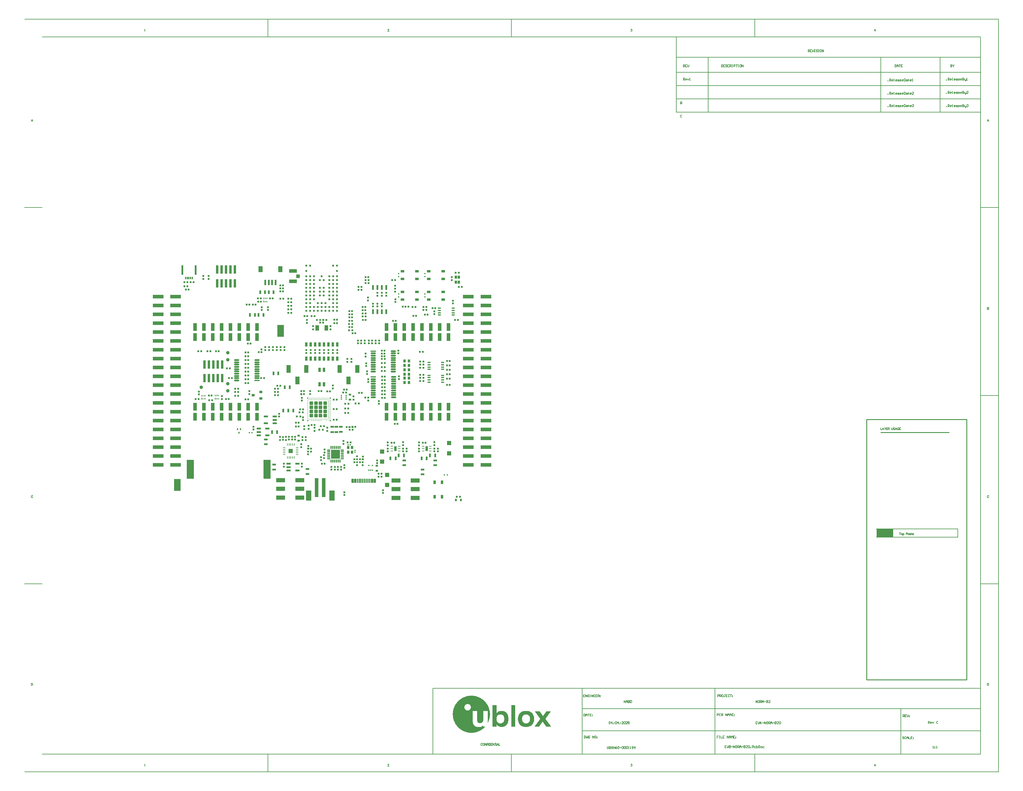
<source format=gtp>
G04*
G04 #@! TF.GenerationSoftware,Altium Limited,Altium Designer,24.6.1 (21)*
G04*
G04 Layer_Color=8421504*
%FSLAX44Y44*%
%MOMM*%
G71*
G04*
G04 #@! TF.SameCoordinates,E70CDE82-3EE1-4166-B2EF-4B71CB92BF6A*
G04*
G04*
G04 #@! TF.FilePolarity,Positive*
G04*
G01*
G75*
%ADD10C,0.2000*%
%ADD12C,0.1270*%
%ADD14C,0.2540*%
%ADD19C,0.1500*%
%ADD21R,4.8260X2.4130*%
G04:AMPARAMS|DCode=22|XSize=1.1mm|YSize=1mm|CornerRadius=0.25mm|HoleSize=0mm|Usage=FLASHONLY|Rotation=0.000|XOffset=0mm|YOffset=0mm|HoleType=Round|Shape=RoundedRectangle|*
%AMROUNDEDRECTD22*
21,1,1.1000,0.5000,0,0,0.0*
21,1,0.6000,1.0000,0,0,0.0*
1,1,0.5000,0.3000,-0.2500*
1,1,0.5000,-0.3000,-0.2500*
1,1,0.5000,-0.3000,0.2500*
1,1,0.5000,0.3000,0.2500*
%
%ADD22ROUNDEDRECTD22*%
%ADD23R,1.2965X1.2965*%
%ADD24R,1.0500X0.6500*%
%ADD25R,0.6000X1.0000*%
%ADD26R,1.0000X1.5500*%
%ADD27R,0.7500X0.8500*%
%ADD28R,0.5000X0.6000*%
G04:AMPARAMS|DCode=29|XSize=0.3mm|YSize=1.15mm|CornerRadius=0.015mm|HoleSize=0mm|Usage=FLASHONLY|Rotation=180.000|XOffset=0mm|YOffset=0mm|HoleType=Round|Shape=RoundedRectangle|*
%AMROUNDEDRECTD29*
21,1,0.3000,1.1200,0,0,180.0*
21,1,0.2700,1.1500,0,0,180.0*
1,1,0.0300,-0.1350,0.5600*
1,1,0.0300,0.1350,0.5600*
1,1,0.0300,0.1350,-0.5600*
1,1,0.0300,-0.1350,-0.5600*
%
%ADD29ROUNDEDRECTD29*%
G04:AMPARAMS|DCode=30|XSize=0.6mm|YSize=1.15mm|CornerRadius=0.03mm|HoleSize=0mm|Usage=FLASHONLY|Rotation=180.000|XOffset=0mm|YOffset=0mm|HoleType=Round|Shape=RoundedRectangle|*
%AMROUNDEDRECTD30*
21,1,0.6000,1.0900,0,0,180.0*
21,1,0.5400,1.1500,0,0,180.0*
1,1,0.0600,-0.2700,0.5450*
1,1,0.0600,0.2700,0.5450*
1,1,0.0600,0.2700,-0.5450*
1,1,0.0600,-0.2700,-0.5450*
%
%ADD30ROUNDEDRECTD30*%
%ADD31R,1.0500X1.0000*%
%ADD32R,2.2000X1.0500*%
%ADD33O,1.5000X0.4500*%
%ADD34R,1.5000X0.4500*%
%ADD35R,2.5000X1.2000*%
%ADD36R,0.3600X0.5000*%
%ADD37R,0.4000X0.5000*%
%ADD38R,0.4500X0.3000*%
%ADD39R,0.3000X0.4500*%
%ADD40R,1.3000X0.5500*%
%ADD41R,0.9000X0.8000*%
%ADD42R,0.9500X0.4500*%
%ADD43R,0.5500X1.4000*%
%ADD44R,0.3500X0.3600*%
%ADD45R,1.2000X1.2500*%
%ADD46R,1.2000X1.8000*%
%ADD47R,0.6000X1.5500*%
%ADD48R,1.0200X2.1900*%
%ADD49R,0.6000X0.5000*%
%ADD50R,2.6000X2.6000*%
%ADD51R,0.8500X0.3000*%
%ADD52R,0.3000X0.8500*%
G04:AMPARAMS|DCode=53|XSize=0.2425mm|YSize=0.7397mm|CornerRadius=0.1212mm|HoleSize=0mm|Usage=FLASHONLY|Rotation=90.000|XOffset=0mm|YOffset=0mm|HoleType=Round|Shape=RoundedRectangle|*
%AMROUNDEDRECTD53*
21,1,0.2425,0.4972,0,0,90.0*
21,1,0.0000,0.7397,0,0,90.0*
1,1,0.2425,0.2486,0.0000*
1,1,0.2425,0.2486,0.0000*
1,1,0.2425,-0.2486,0.0000*
1,1,0.2425,-0.2486,0.0000*
%
%ADD53ROUNDEDRECTD53*%
G04:AMPARAMS|DCode=54|XSize=0.7397mm|YSize=0.2425mm|CornerRadius=0.1212mm|HoleSize=0mm|Usage=FLASHONLY|Rotation=90.000|XOffset=0mm|YOffset=0mm|HoleType=Round|Shape=RoundedRectangle|*
%AMROUNDEDRECTD54*
21,1,0.7397,0.0000,0,0,90.0*
21,1,0.4972,0.2425,0,0,90.0*
1,1,0.2425,0.0000,0.2486*
1,1,0.2425,0.0000,-0.2486*
1,1,0.2425,0.0000,-0.2486*
1,1,0.2425,0.0000,0.2486*
%
%ADD54ROUNDEDRECTD54*%
%ADD55R,0.2425X0.7397*%
%ADD56C,0.4250*%
%ADD57C,0.2500*%
%ADD58R,0.6000X0.6000*%
%ADD59R,3.1500X1.0000*%
%ADD60R,0.6500X0.8500*%
%ADD61R,0.7500X0.9000*%
%ADD62R,0.8000X0.6000*%
%ADD63R,0.8000X0.6000*%
%ADD64R,1.2700X2.2000*%
%ADD65R,0.7600X2.4000*%
%ADD66R,1.8500X3.4500*%
G04:AMPARAMS|DCode=67|XSize=0.5mm|YSize=0.175mm|CornerRadius=0.0438mm|HoleSize=0mm|Usage=FLASHONLY|Rotation=270.000|XOffset=0mm|YOffset=0mm|HoleType=Round|Shape=RoundedRectangle|*
%AMROUNDEDRECTD67*
21,1,0.5000,0.0875,0,0,270.0*
21,1,0.4125,0.1750,0,0,270.0*
1,1,0.0875,-0.0438,-0.2063*
1,1,0.0875,-0.0438,0.2063*
1,1,0.0875,0.0438,0.2063*
1,1,0.0875,0.0438,-0.2063*
%
%ADD67ROUNDEDRECTD67*%
G04:AMPARAMS|DCode=68|XSize=0.6mm|YSize=0.175mm|CornerRadius=0.0438mm|HoleSize=0mm|Usage=FLASHONLY|Rotation=90.000|XOffset=0mm|YOffset=0mm|HoleType=Round|Shape=RoundedRectangle|*
%AMROUNDEDRECTD68*
21,1,0.6000,0.0875,0,0,90.0*
21,1,0.5125,0.1750,0,0,90.0*
1,1,0.0875,0.0438,0.2563*
1,1,0.0875,0.0438,-0.2563*
1,1,0.0875,-0.0438,-0.2563*
1,1,0.0875,-0.0438,0.2563*
%
%ADD68ROUNDEDRECTD68*%
%ADD69R,0.6500X0.2500*%
%ADD70R,0.8000X1.4000*%
%ADD71R,0.5500X0.5200*%
%ADD72R,0.3000X0.3000*%
%ADD73R,1.0000X5.5000*%
%ADD74R,1.6000X3.0000*%
%ADD75R,0.6000X2.8000*%
%ADD76R,0.3000X0.8000*%
%ADD77R,2.0000X5.5000*%
%ADD78R,0.7600X1.2700*%
%ADD79R,0.5200X0.5500*%
%ADD80R,0.6000X0.6000*%
%ADD81R,0.3000X0.3000*%
%ADD82R,1.0000X0.6000*%
%ADD83R,0.6500X1.0500*%
%ADD84R,0.3600X0.3500*%
%ADD85R,0.6000X0.8000*%
%ADD86C,1.0000*%
G36*
X930835Y-543861D02*
X935370D01*
Y-544314D01*
X938092D01*
Y-544768D01*
X940359D01*
Y-545221D01*
X942173D01*
Y-545675D01*
X943988D01*
Y-546128D01*
X945348D01*
Y-546582D01*
X946709D01*
Y-547035D01*
X948070D01*
Y-547489D01*
X948977D01*
Y-547943D01*
X950338D01*
Y-548396D01*
X951245D01*
Y-548850D01*
X952152D01*
Y-549303D01*
X953059D01*
Y-549757D01*
X953966D01*
Y-550210D01*
X954873D01*
Y-550664D01*
X955327D01*
Y-551117D01*
X956234D01*
Y-551571D01*
X957141D01*
Y-552024D01*
X957594D01*
Y-552478D01*
X958502D01*
Y-552932D01*
X958955D01*
Y-553385D01*
X959862D01*
Y-553839D01*
X960316D01*
Y-554292D01*
X960769D01*
Y-554746D01*
X961676D01*
Y-555199D01*
X962130D01*
Y-555653D01*
X962583D01*
Y-556106D01*
X963037D01*
Y-556560D01*
X963944D01*
Y-557014D01*
X964398D01*
Y-557467D01*
X964851D01*
Y-557921D01*
X965305D01*
Y-558374D01*
X965758D01*
Y-558828D01*
X966212D01*
Y-559281D01*
X966665D01*
Y-559735D01*
X967119D01*
Y-560188D01*
X967573D01*
Y-560642D01*
X968026D01*
Y-561096D01*
X968480D01*
Y-561549D01*
X968933D01*
Y-562003D01*
Y-562456D01*
X969387D01*
Y-562910D01*
X969840D01*
Y-563363D01*
X970294D01*
Y-563817D01*
X970748D01*
Y-564271D01*
Y-564724D01*
X971201D01*
Y-565178D01*
X971655D01*
Y-565631D01*
X972108D01*
Y-566085D01*
Y-566538D01*
X972562D01*
Y-566992D01*
X973015D01*
Y-567445D01*
Y-567899D01*
X973469D01*
Y-568353D01*
X973922D01*
Y-568806D01*
Y-569260D01*
X974376D01*
Y-569713D01*
X974829D01*
Y-570167D01*
Y-570620D01*
X975283D01*
Y-571074D01*
Y-571527D01*
X975737D01*
Y-571981D01*
Y-572435D01*
X976190D01*
Y-572888D01*
Y-573342D01*
X976644D01*
Y-573795D01*
Y-574249D01*
X977097D01*
Y-574702D01*
Y-575156D01*
X977551D01*
Y-575609D01*
Y-576063D01*
X978004D01*
Y-576516D01*
Y-576970D01*
Y-577424D01*
X978458D01*
Y-577877D01*
Y-578331D01*
X978912D01*
Y-578784D01*
Y-579238D01*
Y-579691D01*
X979365D01*
Y-580145D01*
Y-580598D01*
Y-581052D01*
X979819D01*
Y-581506D01*
Y-581959D01*
Y-582413D01*
Y-582866D01*
X980272D01*
Y-583320D01*
Y-583773D01*
Y-584227D01*
Y-584680D01*
X980726D01*
Y-585134D01*
Y-585588D01*
Y-586041D01*
Y-586495D01*
X981179D01*
Y-586948D01*
Y-587402D01*
Y-587855D01*
Y-588309D01*
Y-588763D01*
Y-589216D01*
Y-589670D01*
X981633D01*
Y-590123D01*
Y-590577D01*
Y-591030D01*
Y-591484D01*
Y-591937D01*
Y-592391D01*
Y-592845D01*
Y-593298D01*
Y-593752D01*
Y-594205D01*
Y-594659D01*
X982086D01*
Y-595112D01*
Y-595566D01*
Y-596019D01*
Y-596473D01*
Y-596926D01*
Y-597380D01*
Y-597834D01*
Y-598287D01*
Y-598741D01*
Y-599194D01*
X981633D01*
Y-599648D01*
Y-600101D01*
Y-600555D01*
Y-601008D01*
Y-601462D01*
Y-601916D01*
Y-602369D01*
Y-602823D01*
Y-603276D01*
Y-603730D01*
Y-604183D01*
X981179D01*
Y-604637D01*
Y-605090D01*
Y-605544D01*
Y-605998D01*
Y-606451D01*
Y-606905D01*
X980726D01*
Y-607358D01*
Y-607812D01*
Y-608265D01*
Y-608719D01*
Y-609173D01*
X980272D01*
Y-609626D01*
Y-610080D01*
Y-610533D01*
Y-610987D01*
X979819D01*
Y-611440D01*
Y-611894D01*
Y-612347D01*
Y-612801D01*
X979365D01*
Y-613255D01*
Y-613708D01*
Y-614162D01*
X978912D01*
Y-614615D01*
Y-615069D01*
X978458D01*
Y-615522D01*
Y-615976D01*
Y-616429D01*
X978004D01*
Y-616883D01*
Y-617337D01*
X977551D01*
Y-617790D01*
Y-618244D01*
Y-618697D01*
X977097D01*
Y-619151D01*
Y-619604D01*
X976644D01*
Y-620058D01*
Y-620511D01*
X976190D01*
Y-620965D01*
Y-621418D01*
X975737D01*
Y-621872D01*
Y-622326D01*
X975283D01*
Y-621872D01*
Y-621418D01*
Y-620965D01*
Y-620511D01*
Y-620058D01*
Y-619604D01*
Y-619151D01*
Y-618697D01*
Y-618244D01*
Y-617790D01*
Y-617337D01*
Y-616883D01*
Y-616429D01*
Y-615976D01*
Y-615522D01*
Y-615069D01*
Y-614615D01*
Y-614162D01*
Y-613708D01*
Y-613255D01*
Y-612801D01*
Y-612347D01*
Y-611894D01*
Y-611440D01*
Y-610987D01*
Y-610533D01*
Y-610080D01*
Y-609626D01*
Y-609173D01*
Y-608719D01*
Y-608265D01*
Y-607812D01*
Y-607358D01*
Y-606905D01*
Y-606451D01*
Y-605998D01*
Y-605544D01*
Y-605090D01*
Y-604637D01*
Y-604183D01*
Y-603730D01*
Y-603276D01*
Y-602823D01*
Y-602369D01*
Y-601916D01*
Y-601462D01*
Y-601008D01*
Y-600555D01*
Y-600101D01*
Y-599648D01*
Y-599194D01*
Y-598741D01*
Y-598287D01*
Y-597834D01*
Y-597380D01*
Y-596926D01*
Y-596473D01*
Y-596019D01*
Y-595566D01*
Y-595112D01*
Y-594659D01*
Y-594205D01*
Y-593752D01*
Y-593298D01*
Y-592845D01*
Y-592391D01*
Y-591937D01*
Y-591484D01*
Y-591030D01*
Y-590577D01*
Y-590123D01*
Y-589670D01*
Y-589216D01*
Y-588763D01*
Y-588309D01*
Y-587855D01*
X962583D01*
Y-588309D01*
Y-588763D01*
Y-589216D01*
Y-589670D01*
Y-590123D01*
Y-590577D01*
Y-591030D01*
Y-591484D01*
Y-591937D01*
Y-592391D01*
Y-592845D01*
Y-593298D01*
Y-593752D01*
Y-594205D01*
Y-594659D01*
Y-595112D01*
Y-595566D01*
Y-596019D01*
Y-596473D01*
Y-596926D01*
Y-597380D01*
Y-597834D01*
Y-598287D01*
Y-598741D01*
Y-599194D01*
Y-599648D01*
Y-600101D01*
Y-600555D01*
Y-601008D01*
Y-601462D01*
Y-601916D01*
Y-602369D01*
Y-602823D01*
Y-603276D01*
Y-603730D01*
Y-604183D01*
Y-604637D01*
Y-605090D01*
Y-605544D01*
Y-605998D01*
Y-606451D01*
Y-606905D01*
Y-607358D01*
Y-607812D01*
Y-608265D01*
Y-608719D01*
Y-609173D01*
Y-609626D01*
Y-610080D01*
Y-610533D01*
Y-610987D01*
Y-611440D01*
Y-611894D01*
Y-612347D01*
Y-612801D01*
Y-613255D01*
Y-613708D01*
Y-614162D01*
Y-614615D01*
Y-615069D01*
Y-615522D01*
X962130D01*
Y-615976D01*
Y-616429D01*
Y-616883D01*
Y-617337D01*
X961676D01*
Y-617790D01*
Y-618244D01*
X961223D01*
Y-618697D01*
Y-619151D01*
X960769D01*
Y-619604D01*
X960316D01*
Y-620058D01*
X959862D01*
Y-620511D01*
X959409D01*
Y-620965D01*
X958955D01*
Y-621418D01*
X958048D01*
Y-621872D01*
X956687D01*
Y-622326D01*
X950338D01*
Y-621872D01*
X948977D01*
Y-621418D01*
X948070D01*
Y-620965D01*
X947616D01*
Y-620511D01*
X947163D01*
Y-620058D01*
X946709D01*
Y-619604D01*
Y-619151D01*
X946255D01*
Y-618697D01*
Y-618244D01*
X945802D01*
Y-617790D01*
Y-617337D01*
Y-616883D01*
Y-616429D01*
X945348D01*
Y-615976D01*
Y-615522D01*
Y-615069D01*
Y-614615D01*
Y-614162D01*
Y-613708D01*
Y-613255D01*
Y-612801D01*
Y-612347D01*
Y-611894D01*
Y-611440D01*
Y-610987D01*
Y-610533D01*
Y-610080D01*
Y-609626D01*
Y-609173D01*
Y-608719D01*
Y-608265D01*
Y-607812D01*
Y-607358D01*
Y-606905D01*
Y-606451D01*
Y-605998D01*
Y-605544D01*
Y-605090D01*
Y-604637D01*
Y-604183D01*
Y-603730D01*
Y-603276D01*
Y-602823D01*
Y-602369D01*
Y-601916D01*
Y-601462D01*
Y-601008D01*
Y-600555D01*
Y-600101D01*
Y-599648D01*
Y-599194D01*
Y-598741D01*
Y-598287D01*
Y-597834D01*
Y-597380D01*
Y-596926D01*
Y-596473D01*
Y-596019D01*
Y-595566D01*
Y-595112D01*
Y-594659D01*
Y-594205D01*
Y-593752D01*
Y-593298D01*
Y-592845D01*
Y-592391D01*
Y-591937D01*
Y-591484D01*
Y-591030D01*
Y-590577D01*
Y-590123D01*
Y-589670D01*
Y-589216D01*
Y-588763D01*
Y-588309D01*
Y-587855D01*
X932649D01*
Y-588309D01*
Y-588763D01*
Y-589216D01*
Y-589670D01*
Y-590123D01*
Y-590577D01*
Y-591030D01*
Y-591484D01*
Y-591937D01*
Y-592391D01*
Y-592845D01*
Y-593298D01*
Y-593752D01*
Y-594205D01*
Y-594659D01*
Y-595112D01*
Y-595566D01*
Y-596019D01*
Y-596473D01*
Y-596926D01*
Y-597380D01*
Y-597834D01*
Y-598287D01*
Y-598741D01*
Y-599194D01*
Y-599648D01*
Y-600101D01*
Y-600555D01*
Y-601008D01*
Y-601462D01*
Y-601916D01*
Y-602369D01*
Y-602823D01*
Y-603276D01*
Y-603730D01*
Y-604183D01*
Y-604637D01*
Y-605090D01*
Y-605544D01*
Y-605998D01*
Y-606451D01*
Y-606905D01*
Y-607358D01*
Y-607812D01*
Y-608265D01*
Y-608719D01*
Y-609173D01*
Y-609626D01*
Y-610080D01*
Y-610533D01*
Y-610987D01*
Y-611440D01*
Y-611894D01*
Y-612347D01*
Y-612801D01*
Y-613255D01*
Y-613708D01*
Y-614162D01*
Y-614615D01*
Y-615069D01*
Y-615522D01*
Y-615976D01*
Y-616429D01*
Y-616883D01*
Y-617337D01*
Y-617790D01*
Y-618244D01*
Y-618697D01*
Y-619151D01*
Y-619604D01*
Y-620058D01*
Y-620511D01*
Y-620965D01*
X933102D01*
Y-621418D01*
Y-621872D01*
Y-622326D01*
Y-622779D01*
X933556D01*
Y-623233D01*
Y-623686D01*
Y-624140D01*
X934009D01*
Y-624593D01*
Y-625047D01*
Y-625501D01*
X934463D01*
Y-625954D01*
Y-626408D01*
X934917D01*
Y-626861D01*
X935370D01*
Y-627315D01*
Y-627768D01*
X935824D01*
Y-628222D01*
X936277D01*
Y-628675D01*
X936731D01*
Y-629129D01*
X937184D01*
Y-629583D01*
X937638D01*
Y-630036D01*
X938092D01*
Y-630490D01*
X938999D01*
Y-630943D01*
X939452D01*
Y-631397D01*
X940359D01*
Y-631850D01*
X941266D01*
Y-632304D01*
X942173D01*
Y-632757D01*
X943534D01*
Y-633211D01*
X945348D01*
Y-633665D01*
X954419D01*
Y-633211D01*
X956234D01*
Y-632757D01*
X957141D01*
Y-632304D01*
X958502D01*
Y-631850D01*
X958955D01*
Y-631397D01*
X959862D01*
Y-630943D01*
X960316D01*
Y-630490D01*
X960769D01*
Y-630036D01*
X961676D01*
Y-629583D01*
X962130D01*
Y-629129D01*
X962583D01*
Y-628675D01*
Y-628222D01*
X963037D01*
Y-628675D01*
Y-629129D01*
Y-629583D01*
Y-630036D01*
Y-630490D01*
Y-630943D01*
Y-631397D01*
Y-631850D01*
Y-632304D01*
Y-632757D01*
X968026D01*
Y-633211D01*
X967573D01*
Y-633665D01*
X967119D01*
Y-634118D01*
X966665D01*
Y-634572D01*
X966212D01*
Y-635025D01*
X965758D01*
Y-635479D01*
X965305D01*
Y-635932D01*
X964851D01*
Y-636386D01*
X964398D01*
Y-636839D01*
X963491D01*
Y-637293D01*
X963037D01*
Y-637747D01*
X962583D01*
Y-638200D01*
X962130D01*
Y-638654D01*
X961223D01*
Y-639107D01*
X960769D01*
Y-639561D01*
X960316D01*
Y-640014D01*
X959409D01*
Y-640468D01*
X958955D01*
Y-640921D01*
X958048D01*
Y-641375D01*
X957594D01*
Y-641829D01*
X956687D01*
Y-642282D01*
X956234D01*
Y-642736D01*
X955327D01*
Y-643189D01*
X954419D01*
Y-643643D01*
X953512D01*
Y-644096D01*
X953059D01*
Y-644550D01*
X952152D01*
Y-645004D01*
X950791D01*
Y-645457D01*
X949884D01*
Y-645911D01*
X948977D01*
Y-646364D01*
X947616D01*
Y-646818D01*
X946709D01*
Y-647271D01*
X945348D01*
Y-647725D01*
X943534D01*
Y-648178D01*
X942173D01*
Y-648632D01*
X940359D01*
Y-649085D01*
X937638D01*
Y-649539D01*
X934463D01*
Y-649993D01*
X922671D01*
Y-649539D01*
X919496D01*
Y-649085D01*
X917228D01*
Y-648632D01*
X915414D01*
Y-648178D01*
X913599D01*
Y-647725D01*
X912239D01*
Y-647271D01*
X910878D01*
Y-646818D01*
X909518D01*
Y-646364D01*
X908610D01*
Y-645911D01*
X907250D01*
Y-645457D01*
X906343D01*
Y-645004D01*
X905435D01*
Y-644550D01*
X904528D01*
Y-644096D01*
X903621D01*
Y-643643D01*
X902714D01*
Y-643189D01*
X901807D01*
Y-642736D01*
X901354D01*
Y-642282D01*
X900446D01*
Y-641829D01*
X899539D01*
Y-641375D01*
X899086D01*
Y-640921D01*
X898179D01*
Y-640468D01*
X897725D01*
Y-640014D01*
X897271D01*
Y-639561D01*
X896364D01*
Y-639107D01*
X895911D01*
Y-638654D01*
X895457D01*
Y-638200D01*
X894550D01*
Y-637747D01*
X894097D01*
Y-637293D01*
X893643D01*
Y-636839D01*
X893189D01*
Y-636386D01*
X892736D01*
Y-635932D01*
X892282D01*
Y-635479D01*
X891829D01*
Y-635025D01*
X891375D01*
Y-634572D01*
X890922D01*
Y-634118D01*
X890468D01*
Y-633665D01*
X890015D01*
Y-633211D01*
X889561D01*
Y-632757D01*
X889108D01*
Y-632304D01*
X888654D01*
Y-631850D01*
X888200D01*
Y-631397D01*
X887747D01*
Y-630943D01*
X887293D01*
Y-630490D01*
Y-630036D01*
X886840D01*
Y-629583D01*
X886386D01*
Y-629129D01*
X885933D01*
Y-628675D01*
X885479D01*
Y-628222D01*
Y-627768D01*
X885025D01*
Y-627315D01*
X884572D01*
Y-626861D01*
Y-626408D01*
X884118D01*
Y-625954D01*
X883665D01*
Y-625501D01*
Y-625047D01*
X883211D01*
Y-624593D01*
X882758D01*
Y-624140D01*
Y-623686D01*
X882304D01*
Y-623233D01*
Y-622779D01*
X881851D01*
Y-622326D01*
Y-621872D01*
X881397D01*
Y-621418D01*
Y-620965D01*
X880944D01*
Y-620511D01*
Y-620058D01*
X880490D01*
Y-619604D01*
Y-619151D01*
X880036D01*
Y-618697D01*
Y-618244D01*
X879583D01*
Y-617790D01*
Y-617337D01*
X879129D01*
Y-616883D01*
Y-616429D01*
Y-615976D01*
X878676D01*
Y-615522D01*
Y-615069D01*
Y-614615D01*
X878222D01*
Y-614162D01*
Y-613708D01*
X877769D01*
Y-613255D01*
Y-612801D01*
Y-612347D01*
Y-611894D01*
X877315D01*
Y-611440D01*
Y-610987D01*
Y-610533D01*
X876861D01*
Y-610080D01*
Y-609626D01*
Y-609173D01*
Y-608719D01*
X876408D01*
Y-608265D01*
Y-607812D01*
Y-607358D01*
Y-606905D01*
Y-606451D01*
X875954D01*
Y-605998D01*
Y-605544D01*
Y-605090D01*
Y-604637D01*
Y-604183D01*
Y-603730D01*
Y-603276D01*
X875501D01*
Y-602823D01*
Y-602369D01*
Y-601916D01*
Y-601462D01*
Y-601008D01*
Y-600555D01*
Y-600101D01*
Y-599648D01*
Y-599194D01*
Y-598741D01*
X875047D01*
Y-598287D01*
Y-597834D01*
Y-597380D01*
Y-596926D01*
Y-596473D01*
Y-596019D01*
Y-595566D01*
Y-595112D01*
Y-594659D01*
X875501D01*
Y-594205D01*
Y-593752D01*
Y-593298D01*
Y-592845D01*
Y-592391D01*
Y-591937D01*
Y-591484D01*
Y-591030D01*
Y-590577D01*
X875954D01*
Y-590123D01*
Y-589670D01*
Y-589216D01*
Y-588763D01*
Y-588309D01*
Y-587855D01*
Y-587402D01*
X876408D01*
Y-586948D01*
Y-586495D01*
Y-586041D01*
Y-585588D01*
Y-585134D01*
X876861D01*
Y-584680D01*
Y-584227D01*
Y-583773D01*
Y-583320D01*
X877315D01*
Y-582866D01*
Y-582413D01*
Y-581959D01*
Y-581506D01*
X877769D01*
Y-581052D01*
Y-580598D01*
Y-580145D01*
X878222D01*
Y-579691D01*
Y-579238D01*
Y-578784D01*
X878676D01*
Y-578331D01*
Y-577877D01*
X879129D01*
Y-577424D01*
Y-576970D01*
Y-576516D01*
X879583D01*
Y-576063D01*
Y-575609D01*
X880036D01*
Y-575156D01*
Y-574702D01*
Y-574249D01*
X880490D01*
Y-573795D01*
Y-573342D01*
X880944D01*
Y-572888D01*
Y-572435D01*
X881397D01*
Y-571981D01*
Y-571527D01*
X881851D01*
Y-571074D01*
X882304D01*
Y-570620D01*
Y-570167D01*
X882758D01*
Y-569713D01*
Y-569260D01*
X883211D01*
Y-568806D01*
X883665D01*
Y-568353D01*
Y-567899D01*
X884118D01*
Y-567445D01*
X884572D01*
Y-566992D01*
Y-566538D01*
X885025D01*
Y-566085D01*
X885479D01*
Y-565631D01*
Y-565178D01*
X885933D01*
Y-564724D01*
X886386D01*
Y-564271D01*
X886840D01*
Y-563817D01*
Y-563363D01*
X887293D01*
Y-562910D01*
X887747D01*
Y-562456D01*
X888200D01*
Y-562003D01*
X888654D01*
Y-561549D01*
X889108D01*
Y-561096D01*
X889561D01*
Y-560642D01*
X890015D01*
Y-560188D01*
Y-559735D01*
X890468D01*
Y-559281D01*
X890922D01*
Y-558828D01*
X891375D01*
Y-558374D01*
X892282D01*
Y-557921D01*
X892736D01*
Y-557467D01*
X893189D01*
Y-557014D01*
X893643D01*
Y-556560D01*
X894097D01*
Y-556106D01*
X894550D01*
Y-555653D01*
X895004D01*
Y-555199D01*
X895911D01*
Y-554746D01*
X896364D01*
Y-554292D01*
X896818D01*
Y-553839D01*
X897725D01*
Y-553385D01*
X898179D01*
Y-552932D01*
X899086D01*
Y-552478D01*
X899539D01*
Y-552024D01*
X900446D01*
Y-551571D01*
X900900D01*
Y-551117D01*
X901807D01*
Y-550664D01*
X902714D01*
Y-550210D01*
X903168D01*
Y-549757D01*
X904528D01*
Y-549303D01*
X905435D01*
Y-548850D01*
X906343D01*
Y-548396D01*
X907250D01*
Y-547943D01*
X908157D01*
Y-547489D01*
X909518D01*
Y-547035D01*
X910425D01*
Y-546582D01*
X911785D01*
Y-546128D01*
X913146D01*
Y-545675D01*
X914960D01*
Y-545221D01*
X916774D01*
Y-544768D01*
X919042D01*
Y-544314D01*
X922217D01*
Y-543861D01*
X926753D01*
Y-543407D01*
X930835D01*
Y-543861D01*
D02*
G37*
G36*
X1001136Y-571074D02*
Y-571527D01*
Y-571981D01*
Y-572435D01*
Y-572888D01*
Y-573342D01*
Y-573795D01*
Y-574249D01*
Y-574702D01*
Y-575156D01*
Y-575609D01*
Y-576063D01*
Y-576516D01*
Y-576970D01*
Y-577424D01*
Y-577877D01*
Y-578331D01*
Y-578784D01*
Y-579238D01*
Y-579691D01*
Y-580145D01*
Y-580598D01*
Y-581052D01*
Y-581506D01*
Y-581959D01*
Y-582413D01*
Y-582866D01*
Y-583320D01*
Y-583773D01*
Y-584227D01*
Y-584680D01*
Y-585134D01*
Y-585588D01*
Y-586041D01*
Y-586495D01*
Y-586948D01*
Y-587402D01*
Y-587855D01*
Y-588309D01*
Y-588763D01*
Y-589216D01*
Y-589670D01*
Y-590123D01*
Y-590577D01*
Y-591030D01*
Y-591484D01*
Y-591937D01*
Y-592391D01*
Y-592845D01*
Y-593298D01*
X1002043D01*
Y-592845D01*
X1002496D01*
Y-592391D01*
X1002950D01*
Y-591937D01*
X1003404D01*
Y-591484D01*
X1003857D01*
Y-591030D01*
X1004311D01*
Y-590577D01*
X1004764D01*
Y-590123D01*
X1005671D01*
Y-589670D01*
X1006125D01*
Y-589216D01*
X1007032D01*
Y-588763D01*
X1007939D01*
Y-588309D01*
X1009300D01*
Y-587855D01*
X1011114D01*
Y-587402D01*
X1019732D01*
Y-587855D01*
X1021546D01*
Y-588309D01*
X1022906D01*
Y-588763D01*
X1024267D01*
Y-589216D01*
X1025174D01*
Y-589670D01*
X1025628D01*
Y-590123D01*
X1026535D01*
Y-590577D01*
X1026989D01*
Y-591030D01*
X1027896D01*
Y-591484D01*
X1028349D01*
Y-591937D01*
X1028803D01*
Y-592391D01*
X1029256D01*
Y-592845D01*
X1029710D01*
Y-593298D01*
X1030163D01*
Y-593752D01*
Y-594205D01*
X1030617D01*
Y-594659D01*
X1031070D01*
Y-595112D01*
X1031524D01*
Y-595566D01*
Y-596019D01*
X1031978D01*
Y-596473D01*
Y-596926D01*
X1032431D01*
Y-597380D01*
Y-597834D01*
X1032885D01*
Y-598287D01*
Y-598741D01*
X1033338D01*
Y-599194D01*
Y-599648D01*
Y-600101D01*
X1033792D01*
Y-600555D01*
Y-601008D01*
Y-601462D01*
Y-601916D01*
X1034245D01*
Y-602369D01*
Y-602823D01*
Y-603276D01*
Y-603730D01*
Y-604183D01*
X1034699D01*
Y-604637D01*
Y-605090D01*
Y-605544D01*
Y-605998D01*
Y-606451D01*
Y-606905D01*
Y-607358D01*
Y-607812D01*
Y-608265D01*
X1035153D01*
Y-608719D01*
X1034699D01*
Y-609173D01*
Y-609626D01*
Y-610080D01*
Y-610533D01*
Y-610987D01*
Y-611440D01*
Y-611894D01*
Y-612347D01*
Y-612801D01*
Y-613255D01*
Y-613708D01*
Y-614162D01*
Y-614615D01*
Y-615069D01*
Y-615522D01*
Y-615976D01*
Y-616429D01*
X1034245D01*
Y-616883D01*
Y-617337D01*
Y-617790D01*
Y-618244D01*
Y-618697D01*
X1033792D01*
Y-619151D01*
Y-619604D01*
Y-620058D01*
X1033338D01*
Y-620511D01*
Y-620965D01*
Y-621418D01*
X1032885D01*
Y-621872D01*
Y-622326D01*
Y-622779D01*
X1032431D01*
Y-623233D01*
Y-623686D01*
X1031978D01*
Y-624140D01*
Y-624593D01*
X1031524D01*
Y-625047D01*
X1031070D01*
Y-625501D01*
Y-625954D01*
X1030617D01*
Y-626408D01*
X1030163D01*
Y-626861D01*
X1029710D01*
Y-627315D01*
X1029256D01*
Y-627768D01*
Y-628222D01*
X1028349D01*
Y-628675D01*
X1027896D01*
Y-629129D01*
X1027442D01*
Y-629583D01*
X1026989D01*
Y-630036D01*
X1026081D01*
Y-630490D01*
X1025628D01*
Y-630943D01*
X1024721D01*
Y-631397D01*
X1023814D01*
Y-631850D01*
X1022906D01*
Y-632304D01*
X1021546D01*
Y-632757D01*
X1019278D01*
Y-633211D01*
X1011568D01*
Y-632757D01*
X1009300D01*
Y-632304D01*
X1008393D01*
Y-631850D01*
X1007032D01*
Y-631397D01*
X1006579D01*
Y-630943D01*
X1005671D01*
Y-630490D01*
X1005218D01*
Y-630036D01*
X1004311D01*
Y-629583D01*
X1003857D01*
Y-629129D01*
X1003404D01*
Y-628675D01*
X1002950D01*
Y-628222D01*
X1002496D01*
Y-627768D01*
X1002043D01*
Y-627315D01*
X1001589D01*
Y-626861D01*
Y-626408D01*
X1000682D01*
Y-626861D01*
Y-627315D01*
Y-627768D01*
Y-628222D01*
Y-628675D01*
Y-629129D01*
Y-629583D01*
Y-630036D01*
Y-630490D01*
Y-630943D01*
Y-631397D01*
Y-631850D01*
Y-632304D01*
X989343D01*
Y-631850D01*
Y-631397D01*
Y-630943D01*
Y-630490D01*
Y-630036D01*
Y-629583D01*
Y-629129D01*
Y-628675D01*
Y-628222D01*
Y-627768D01*
Y-627315D01*
Y-626861D01*
Y-626408D01*
Y-625954D01*
Y-625501D01*
Y-625047D01*
Y-624593D01*
Y-624140D01*
Y-623686D01*
Y-623233D01*
Y-622779D01*
Y-622326D01*
Y-621872D01*
Y-621418D01*
Y-620965D01*
Y-620511D01*
Y-620058D01*
Y-619604D01*
Y-619151D01*
Y-618697D01*
Y-618244D01*
Y-617790D01*
Y-617337D01*
Y-616883D01*
Y-616429D01*
Y-615976D01*
Y-615522D01*
Y-615069D01*
Y-614615D01*
Y-614162D01*
Y-613708D01*
Y-613255D01*
Y-612801D01*
Y-612347D01*
Y-611894D01*
Y-611440D01*
Y-610987D01*
Y-610533D01*
Y-610080D01*
Y-609626D01*
Y-609173D01*
Y-608719D01*
Y-608265D01*
Y-607812D01*
Y-607358D01*
Y-606905D01*
Y-606451D01*
Y-605998D01*
Y-605544D01*
Y-605090D01*
Y-604637D01*
Y-604183D01*
Y-603730D01*
Y-603276D01*
Y-602823D01*
Y-602369D01*
Y-601916D01*
Y-601462D01*
Y-601008D01*
Y-600555D01*
Y-600101D01*
Y-599648D01*
Y-599194D01*
Y-598741D01*
Y-598287D01*
Y-597834D01*
Y-597380D01*
Y-596926D01*
Y-596473D01*
Y-596019D01*
Y-595566D01*
Y-595112D01*
Y-594659D01*
Y-594205D01*
Y-593752D01*
Y-593298D01*
Y-592845D01*
Y-592391D01*
Y-591937D01*
Y-591484D01*
Y-591030D01*
Y-590577D01*
Y-590123D01*
Y-589670D01*
Y-589216D01*
Y-588763D01*
Y-588309D01*
Y-587855D01*
Y-587402D01*
Y-586948D01*
Y-586495D01*
Y-586041D01*
Y-585588D01*
Y-585134D01*
Y-584680D01*
Y-584227D01*
Y-583773D01*
Y-583320D01*
Y-582866D01*
Y-582413D01*
Y-581959D01*
Y-581506D01*
Y-581052D01*
Y-580598D01*
Y-580145D01*
Y-579691D01*
Y-579238D01*
Y-578784D01*
Y-578331D01*
Y-577877D01*
Y-577424D01*
Y-576970D01*
Y-576516D01*
Y-576063D01*
Y-575609D01*
Y-575156D01*
Y-574702D01*
Y-574249D01*
Y-573795D01*
Y-573342D01*
Y-572888D01*
Y-572435D01*
Y-571981D01*
Y-571527D01*
Y-571074D01*
Y-570620D01*
X1001136D01*
Y-571074D01*
D02*
G37*
G36*
X1054655D02*
Y-571527D01*
Y-571981D01*
Y-572435D01*
Y-572888D01*
Y-573342D01*
Y-573795D01*
Y-574249D01*
Y-574702D01*
Y-575156D01*
Y-575609D01*
Y-576063D01*
Y-576516D01*
Y-576970D01*
Y-577424D01*
Y-577877D01*
Y-578331D01*
Y-578784D01*
Y-579238D01*
Y-579691D01*
Y-580145D01*
Y-580598D01*
Y-581052D01*
Y-581506D01*
Y-581959D01*
Y-582413D01*
Y-582866D01*
Y-583320D01*
Y-583773D01*
Y-584227D01*
Y-584680D01*
Y-585134D01*
Y-585588D01*
Y-586041D01*
Y-586495D01*
Y-586948D01*
Y-587402D01*
Y-587855D01*
Y-588309D01*
Y-588763D01*
Y-589216D01*
Y-589670D01*
Y-590123D01*
Y-590577D01*
Y-591030D01*
Y-591484D01*
Y-591937D01*
Y-592391D01*
Y-592845D01*
Y-593298D01*
Y-593752D01*
Y-594205D01*
Y-594659D01*
Y-595112D01*
Y-595566D01*
Y-596019D01*
Y-596473D01*
Y-596926D01*
Y-597380D01*
Y-597834D01*
Y-598287D01*
Y-598741D01*
Y-599194D01*
Y-599648D01*
Y-600101D01*
Y-600555D01*
Y-601008D01*
Y-601462D01*
Y-601916D01*
Y-602369D01*
Y-602823D01*
Y-603276D01*
Y-603730D01*
Y-604183D01*
Y-604637D01*
Y-605090D01*
Y-605544D01*
Y-605998D01*
Y-606451D01*
Y-606905D01*
Y-607358D01*
Y-607812D01*
Y-608265D01*
Y-608719D01*
Y-609173D01*
Y-609626D01*
Y-610080D01*
Y-610533D01*
Y-610987D01*
Y-611440D01*
Y-611894D01*
Y-612347D01*
Y-612801D01*
Y-613255D01*
Y-613708D01*
Y-614162D01*
Y-614615D01*
Y-615069D01*
Y-615522D01*
Y-615976D01*
Y-616429D01*
Y-616883D01*
Y-617337D01*
Y-617790D01*
Y-618244D01*
Y-618697D01*
Y-619151D01*
Y-619604D01*
Y-620058D01*
Y-620511D01*
Y-620965D01*
Y-621418D01*
Y-621872D01*
Y-622326D01*
Y-622779D01*
Y-623233D01*
Y-623686D01*
Y-624140D01*
Y-624593D01*
Y-625047D01*
Y-625501D01*
Y-625954D01*
Y-626408D01*
Y-626861D01*
Y-627315D01*
Y-627768D01*
Y-628222D01*
Y-628675D01*
Y-629129D01*
Y-629583D01*
Y-630036D01*
Y-630490D01*
Y-630943D01*
Y-631397D01*
Y-631850D01*
Y-632304D01*
X1043316D01*
Y-631850D01*
Y-631397D01*
Y-630943D01*
Y-630490D01*
Y-630036D01*
Y-629583D01*
Y-629129D01*
Y-628675D01*
Y-628222D01*
Y-627768D01*
Y-627315D01*
Y-626861D01*
Y-626408D01*
Y-625954D01*
Y-625501D01*
Y-625047D01*
Y-624593D01*
Y-624140D01*
Y-623686D01*
Y-623233D01*
Y-622779D01*
Y-622326D01*
Y-621872D01*
Y-621418D01*
Y-620965D01*
Y-620511D01*
Y-620058D01*
Y-619604D01*
Y-619151D01*
Y-618697D01*
Y-618244D01*
Y-617790D01*
Y-617337D01*
Y-616883D01*
Y-616429D01*
Y-615976D01*
Y-615522D01*
Y-615069D01*
Y-614615D01*
Y-614162D01*
Y-613708D01*
Y-613255D01*
Y-612801D01*
Y-612347D01*
Y-611894D01*
Y-611440D01*
Y-610987D01*
Y-610533D01*
Y-610080D01*
Y-609626D01*
Y-609173D01*
Y-608719D01*
Y-608265D01*
Y-607812D01*
Y-607358D01*
Y-606905D01*
Y-606451D01*
Y-605998D01*
Y-605544D01*
Y-605090D01*
Y-604637D01*
Y-604183D01*
Y-603730D01*
Y-603276D01*
Y-602823D01*
Y-602369D01*
Y-601916D01*
Y-601462D01*
Y-601008D01*
Y-600555D01*
Y-600101D01*
Y-599648D01*
Y-599194D01*
Y-598741D01*
Y-598287D01*
Y-597834D01*
Y-597380D01*
Y-596926D01*
Y-596473D01*
Y-596019D01*
Y-595566D01*
Y-595112D01*
Y-594659D01*
Y-594205D01*
Y-593752D01*
Y-593298D01*
Y-592845D01*
Y-592391D01*
Y-591937D01*
Y-591484D01*
Y-591030D01*
Y-590577D01*
Y-590123D01*
Y-589670D01*
Y-589216D01*
Y-588763D01*
Y-588309D01*
Y-587855D01*
Y-587402D01*
Y-586948D01*
Y-586495D01*
Y-586041D01*
Y-585588D01*
Y-585134D01*
Y-584680D01*
Y-584227D01*
Y-583773D01*
Y-583320D01*
Y-582866D01*
Y-582413D01*
Y-581959D01*
Y-581506D01*
Y-581052D01*
Y-580598D01*
Y-580145D01*
Y-579691D01*
Y-579238D01*
Y-578784D01*
Y-578331D01*
Y-577877D01*
Y-577424D01*
Y-576970D01*
Y-576516D01*
Y-576063D01*
Y-575609D01*
Y-575156D01*
Y-574702D01*
Y-574249D01*
Y-573795D01*
Y-573342D01*
Y-572888D01*
Y-572435D01*
Y-571981D01*
Y-571527D01*
Y-571074D01*
Y-570620D01*
X1054655D01*
Y-571074D01*
D02*
G37*
G36*
X1090940Y-587855D02*
X1093208D01*
Y-588309D01*
X1094568D01*
Y-588763D01*
X1095929D01*
Y-589216D01*
X1096836D01*
Y-589670D01*
X1097743D01*
Y-590123D01*
X1098650D01*
Y-590577D01*
X1099557D01*
Y-591030D01*
X1100011D01*
Y-591484D01*
X1100918D01*
Y-591937D01*
X1101372D01*
Y-592391D01*
X1101825D01*
Y-592845D01*
X1102279D01*
Y-593298D01*
X1102732D01*
Y-593752D01*
X1103186D01*
Y-594205D01*
X1103639D01*
Y-594659D01*
X1104093D01*
Y-595112D01*
X1104547D01*
Y-595566D01*
Y-596019D01*
X1105000D01*
Y-596473D01*
X1105454D01*
Y-596926D01*
Y-597380D01*
X1105907D01*
Y-597834D01*
Y-598287D01*
X1106361D01*
Y-598741D01*
Y-599194D01*
X1106814D01*
Y-599648D01*
Y-600101D01*
X1107268D01*
Y-600555D01*
Y-601008D01*
Y-601462D01*
X1107721D01*
Y-601916D01*
Y-602369D01*
Y-602823D01*
Y-603276D01*
Y-603730D01*
X1108175D01*
Y-604183D01*
Y-604637D01*
Y-605090D01*
Y-605544D01*
Y-605998D01*
Y-606451D01*
Y-606905D01*
X1108628D01*
Y-607358D01*
Y-607812D01*
Y-608265D01*
Y-608719D01*
Y-609173D01*
Y-609626D01*
Y-610080D01*
Y-610533D01*
Y-610987D01*
Y-611440D01*
Y-611894D01*
Y-612347D01*
Y-612801D01*
Y-613255D01*
Y-613708D01*
X1108175D01*
Y-614162D01*
Y-614615D01*
Y-615069D01*
Y-615522D01*
Y-615976D01*
Y-616429D01*
Y-616883D01*
X1107721D01*
Y-617337D01*
Y-617790D01*
Y-618244D01*
Y-618697D01*
X1107268D01*
Y-619151D01*
Y-619604D01*
Y-620058D01*
X1106814D01*
Y-620511D01*
Y-620965D01*
Y-621418D01*
X1106361D01*
Y-621872D01*
Y-622326D01*
X1105907D01*
Y-622779D01*
Y-623233D01*
X1105454D01*
Y-623686D01*
Y-624140D01*
X1105000D01*
Y-624593D01*
X1104547D01*
Y-625047D01*
X1104093D01*
Y-625501D01*
Y-625954D01*
X1103639D01*
Y-626408D01*
X1103186D01*
Y-626861D01*
X1102732D01*
Y-627315D01*
X1102279D01*
Y-627768D01*
X1101825D01*
Y-628222D01*
X1101372D01*
Y-628675D01*
X1100465D01*
Y-629129D01*
X1100011D01*
Y-629583D01*
X1099104D01*
Y-630036D01*
X1098650D01*
Y-630490D01*
X1097743D01*
Y-630943D01*
X1096836D01*
Y-631397D01*
X1095475D01*
Y-631850D01*
X1094115D01*
Y-632304D01*
X1092754D01*
Y-632757D01*
X1090486D01*
Y-633211D01*
X1080962D01*
Y-632757D01*
X1078240D01*
Y-632304D01*
X1076426D01*
Y-631850D01*
X1075519D01*
Y-631397D01*
X1074158D01*
Y-630943D01*
X1073251D01*
Y-630490D01*
X1072344D01*
Y-630036D01*
X1071890D01*
Y-629583D01*
X1070983D01*
Y-629129D01*
X1070530D01*
Y-628675D01*
X1069623D01*
Y-628222D01*
X1069169D01*
Y-627768D01*
X1068716D01*
Y-627315D01*
X1068262D01*
Y-626861D01*
X1067809D01*
Y-626408D01*
X1067355D01*
Y-625954D01*
X1066901D01*
Y-625501D01*
Y-625047D01*
X1066448D01*
Y-624593D01*
X1065994D01*
Y-624140D01*
X1065541D01*
Y-623686D01*
Y-623233D01*
X1065087D01*
Y-622779D01*
Y-622326D01*
X1064634D01*
Y-621872D01*
Y-621418D01*
X1064180D01*
Y-620965D01*
Y-620511D01*
Y-620058D01*
X1063727D01*
Y-619604D01*
Y-619151D01*
Y-618697D01*
X1063273D01*
Y-618244D01*
Y-617790D01*
Y-617337D01*
Y-616883D01*
X1062819D01*
Y-616429D01*
Y-615976D01*
Y-615522D01*
Y-615069D01*
Y-614615D01*
Y-614162D01*
Y-613708D01*
Y-613255D01*
X1062366D01*
Y-612801D01*
Y-612347D01*
Y-611894D01*
Y-611440D01*
Y-610987D01*
Y-610533D01*
Y-610080D01*
Y-609626D01*
Y-609173D01*
Y-608719D01*
Y-608265D01*
Y-607812D01*
Y-607358D01*
X1062819D01*
Y-606905D01*
Y-606451D01*
Y-605998D01*
Y-605544D01*
Y-605090D01*
Y-604637D01*
Y-604183D01*
Y-603730D01*
X1063273D01*
Y-603276D01*
Y-602823D01*
Y-602369D01*
Y-601916D01*
X1063727D01*
Y-601462D01*
Y-601008D01*
Y-600555D01*
X1064180D01*
Y-600101D01*
Y-599648D01*
Y-599194D01*
X1064634D01*
Y-598741D01*
Y-598287D01*
X1065087D01*
Y-597834D01*
Y-597380D01*
X1065541D01*
Y-596926D01*
Y-596473D01*
X1065994D01*
Y-596019D01*
X1066448D01*
Y-595566D01*
Y-595112D01*
X1066901D01*
Y-594659D01*
X1067355D01*
Y-594205D01*
X1067809D01*
Y-593752D01*
X1068262D01*
Y-593298D01*
X1068716D01*
Y-592845D01*
X1069169D01*
Y-592391D01*
X1069623D01*
Y-591937D01*
X1070076D01*
Y-591484D01*
X1070983D01*
Y-591030D01*
X1071437D01*
Y-590577D01*
X1072344D01*
Y-590123D01*
X1073251D01*
Y-589670D01*
X1074158D01*
Y-589216D01*
X1075065D01*
Y-588763D01*
X1076426D01*
Y-588309D01*
X1077787D01*
Y-587855D01*
X1080054D01*
Y-587402D01*
X1090940D01*
Y-587855D01*
D02*
G37*
G36*
X1156705Y-588763D02*
X1156252D01*
Y-589216D01*
Y-589670D01*
X1155798D01*
Y-590123D01*
X1155345D01*
Y-590577D01*
X1154891D01*
Y-591030D01*
Y-591484D01*
X1154438D01*
Y-591937D01*
X1153984D01*
Y-592391D01*
Y-592845D01*
X1153531D01*
Y-593298D01*
X1153077D01*
Y-593752D01*
X1152624D01*
Y-594205D01*
Y-594659D01*
X1152170D01*
Y-595112D01*
X1151716D01*
Y-595566D01*
X1151263D01*
Y-596019D01*
Y-596473D01*
X1150809D01*
Y-596926D01*
X1150356D01*
Y-597380D01*
X1149902D01*
Y-597834D01*
Y-598287D01*
X1149449D01*
Y-598741D01*
X1148995D01*
Y-599194D01*
Y-599648D01*
X1148541D01*
Y-600101D01*
X1148088D01*
Y-600555D01*
X1147634D01*
Y-601008D01*
Y-601462D01*
X1147181D01*
Y-601916D01*
X1146727D01*
Y-602369D01*
X1146274D01*
Y-602823D01*
Y-603276D01*
X1145820D01*
Y-603730D01*
X1145367D01*
Y-604183D01*
Y-604637D01*
X1144913D01*
Y-605090D01*
X1144460D01*
Y-605544D01*
X1144006D01*
Y-605998D01*
Y-606451D01*
X1143552D01*
Y-606905D01*
X1143099D01*
Y-607358D01*
X1142645D01*
Y-607812D01*
Y-608265D01*
X1142192D01*
Y-608719D01*
X1141738D01*
Y-609173D01*
X1141285D01*
Y-609626D01*
Y-610080D01*
Y-610533D01*
X1141738D01*
Y-610987D01*
Y-611440D01*
X1142192D01*
Y-611894D01*
X1142645D01*
Y-612347D01*
X1143099D01*
Y-612801D01*
Y-613255D01*
X1143552D01*
Y-613708D01*
X1144006D01*
Y-614162D01*
X1144460D01*
Y-614615D01*
Y-615069D01*
X1144913D01*
Y-615522D01*
X1145367D01*
Y-615976D01*
Y-616429D01*
X1145820D01*
Y-616883D01*
X1146274D01*
Y-617337D01*
X1146727D01*
Y-617790D01*
Y-618244D01*
X1147181D01*
Y-618697D01*
X1147634D01*
Y-619151D01*
X1148088D01*
Y-619604D01*
Y-620058D01*
X1148541D01*
Y-620511D01*
X1148995D01*
Y-620965D01*
X1149449D01*
Y-621418D01*
Y-621872D01*
X1149902D01*
Y-622326D01*
X1150356D01*
Y-622779D01*
X1150809D01*
Y-623233D01*
Y-623686D01*
X1151263D01*
Y-624140D01*
X1151716D01*
Y-624593D01*
X1152170D01*
Y-625047D01*
Y-625501D01*
X1152624D01*
Y-625954D01*
X1153077D01*
Y-626408D01*
X1153531D01*
Y-626861D01*
Y-627315D01*
X1153984D01*
Y-627768D01*
X1154438D01*
Y-628222D01*
Y-628675D01*
X1154891D01*
Y-629129D01*
X1155345D01*
Y-629583D01*
X1155798D01*
Y-630036D01*
Y-630490D01*
X1156252D01*
Y-630943D01*
X1156705D01*
Y-631397D01*
X1157159D01*
Y-631850D01*
X1157613D01*
Y-632304D01*
X1143099D01*
Y-631850D01*
Y-631397D01*
X1142645D01*
Y-630943D01*
X1142192D01*
Y-630490D01*
X1141738D01*
Y-630036D01*
Y-629583D01*
X1141285D01*
Y-629129D01*
X1140831D01*
Y-628675D01*
X1140378D01*
Y-628222D01*
Y-627768D01*
X1139924D01*
Y-627315D01*
X1139470D01*
Y-626861D01*
Y-626408D01*
X1139017D01*
Y-625954D01*
X1138563D01*
Y-625501D01*
X1138110D01*
Y-625047D01*
Y-624593D01*
X1137656D01*
Y-624140D01*
X1137203D01*
Y-623686D01*
X1136749D01*
Y-623233D01*
Y-622779D01*
X1136295D01*
Y-622326D01*
X1135842D01*
Y-621872D01*
Y-621418D01*
X1135388D01*
Y-620965D01*
X1134935D01*
Y-620511D01*
X1134481D01*
Y-620058D01*
Y-619604D01*
X1134028D01*
Y-619151D01*
X1133574D01*
Y-618697D01*
X1133121D01*
Y-618244D01*
X1132667D01*
Y-618697D01*
Y-619151D01*
X1132214D01*
Y-619604D01*
X1131760D01*
Y-620058D01*
X1131306D01*
Y-620511D01*
Y-620965D01*
X1130853D01*
Y-621418D01*
X1130399D01*
Y-621872D01*
Y-622326D01*
X1129946D01*
Y-622779D01*
X1129492D01*
Y-623233D01*
X1129039D01*
Y-623686D01*
Y-624140D01*
X1128585D01*
Y-624593D01*
X1128131D01*
Y-625047D01*
Y-625501D01*
X1127678D01*
Y-625954D01*
X1127224D01*
Y-626408D01*
X1126771D01*
Y-626861D01*
Y-627315D01*
X1126317D01*
Y-627768D01*
X1125864D01*
Y-628222D01*
Y-628675D01*
X1125410D01*
Y-629129D01*
X1124957D01*
Y-629583D01*
X1124503D01*
Y-630036D01*
Y-630490D01*
X1124049D01*
Y-630943D01*
X1123596D01*
Y-631397D01*
Y-631850D01*
X1123142D01*
Y-632304D01*
X1109989D01*
Y-631850D01*
X1110443D01*
Y-631397D01*
X1110896D01*
Y-630943D01*
Y-630490D01*
X1111350D01*
Y-630036D01*
X1111803D01*
Y-629583D01*
X1112257D01*
Y-629129D01*
Y-628675D01*
X1112711D01*
Y-628222D01*
X1113164D01*
Y-627768D01*
Y-627315D01*
X1113618D01*
Y-626861D01*
X1114071D01*
Y-626408D01*
X1114525D01*
Y-625954D01*
X1114978D01*
Y-625501D01*
Y-625047D01*
X1115432D01*
Y-624593D01*
X1115885D01*
Y-624140D01*
Y-623686D01*
X1116339D01*
Y-623233D01*
X1116793D01*
Y-622779D01*
X1117246D01*
Y-622326D01*
Y-621872D01*
X1117700D01*
Y-621418D01*
X1118153D01*
Y-620965D01*
X1118607D01*
Y-620511D01*
Y-620058D01*
X1119060D01*
Y-619604D01*
X1119514D01*
Y-619151D01*
X1119967D01*
Y-618697D01*
Y-618244D01*
X1120421D01*
Y-617790D01*
X1120875D01*
Y-617337D01*
X1121328D01*
Y-616883D01*
Y-616429D01*
X1121782D01*
Y-615976D01*
X1122235D01*
Y-615522D01*
X1122689D01*
Y-615069D01*
Y-614615D01*
X1123142D01*
Y-614162D01*
X1123596D01*
Y-613708D01*
X1124049D01*
Y-613255D01*
Y-612801D01*
X1124503D01*
Y-612347D01*
X1124957D01*
Y-611894D01*
Y-611440D01*
X1125410D01*
Y-610987D01*
X1125864D01*
Y-610533D01*
X1126317D01*
Y-610080D01*
Y-609626D01*
X1125864D01*
Y-609173D01*
X1125410D01*
Y-608719D01*
X1124957D01*
Y-608265D01*
Y-607812D01*
X1124503D01*
Y-607358D01*
X1124049D01*
Y-606905D01*
X1123596D01*
Y-606451D01*
Y-605998D01*
X1123142D01*
Y-605544D01*
X1122689D01*
Y-605090D01*
Y-604637D01*
X1122235D01*
Y-604183D01*
X1121782D01*
Y-603730D01*
X1121328D01*
Y-603276D01*
Y-602823D01*
X1120875D01*
Y-602369D01*
X1120421D01*
Y-601916D01*
X1119967D01*
Y-601462D01*
Y-601008D01*
X1119514D01*
Y-600555D01*
X1119060D01*
Y-600101D01*
Y-599648D01*
X1118607D01*
Y-599194D01*
X1118153D01*
Y-598741D01*
X1117700D01*
Y-598287D01*
Y-597834D01*
X1117246D01*
Y-597380D01*
X1116793D01*
Y-596926D01*
X1116339D01*
Y-596473D01*
Y-596019D01*
X1115885D01*
Y-595566D01*
X1115432D01*
Y-595112D01*
Y-594659D01*
X1114978D01*
Y-594205D01*
X1114525D01*
Y-593752D01*
X1114071D01*
Y-593298D01*
Y-592845D01*
X1113618D01*
Y-592391D01*
X1113164D01*
Y-591937D01*
X1112711D01*
Y-591484D01*
Y-591030D01*
X1112257D01*
Y-590577D01*
X1111803D01*
Y-590123D01*
Y-589670D01*
X1111350D01*
Y-589216D01*
X1110896D01*
Y-588763D01*
X1110443D01*
Y-588309D01*
X1124503D01*
Y-588763D01*
X1124957D01*
Y-589216D01*
X1125410D01*
Y-589670D01*
Y-590123D01*
X1125864D01*
Y-590577D01*
X1126317D01*
Y-591030D01*
X1126771D01*
Y-591484D01*
Y-591937D01*
X1127224D01*
Y-592391D01*
X1127678D01*
Y-592845D01*
Y-593298D01*
X1128131D01*
Y-593752D01*
X1128585D01*
Y-594205D01*
Y-594659D01*
X1129039D01*
Y-595112D01*
X1129492D01*
Y-595566D01*
X1129946D01*
Y-596019D01*
Y-596473D01*
X1130399D01*
Y-596926D01*
X1130853D01*
Y-597380D01*
Y-597834D01*
X1131306D01*
Y-598287D01*
X1131760D01*
Y-598741D01*
X1132214D01*
Y-599194D01*
Y-599648D01*
X1132667D01*
Y-600101D01*
X1133121D01*
Y-600555D01*
Y-601008D01*
X1133574D01*
Y-601462D01*
X1134028D01*
Y-601916D01*
X1134481D01*
Y-601462D01*
X1134935D01*
Y-601008D01*
Y-600555D01*
X1135388D01*
Y-600101D01*
X1135842D01*
Y-599648D01*
X1136295D01*
Y-599194D01*
Y-598741D01*
X1136749D01*
Y-598287D01*
X1137203D01*
Y-597834D01*
Y-597380D01*
X1137656D01*
Y-596926D01*
X1138110D01*
Y-596473D01*
X1138563D01*
Y-596019D01*
Y-595566D01*
X1139017D01*
Y-595112D01*
X1139470D01*
Y-594659D01*
Y-594205D01*
X1139924D01*
Y-593752D01*
X1140378D01*
Y-593298D01*
X1140831D01*
Y-592845D01*
Y-592391D01*
X1141285D01*
Y-591937D01*
X1141738D01*
Y-591484D01*
Y-591030D01*
X1142192D01*
Y-590577D01*
X1142645D01*
Y-590123D01*
X1143099D01*
Y-589670D01*
Y-589216D01*
X1143552D01*
Y-588763D01*
X1144006D01*
Y-588309D01*
X1156705D01*
Y-588763D01*
D02*
G37*
%LPC*%
G36*
X919042Y-567445D02*
X916774D01*
Y-567899D01*
X914960D01*
Y-568353D01*
X914053D01*
Y-568806D01*
X913146D01*
Y-569260D01*
X912239D01*
Y-569713D01*
X911785D01*
Y-570167D01*
X911332D01*
Y-570620D01*
X910878D01*
Y-571074D01*
X910425D01*
Y-571527D01*
Y-571981D01*
X909971D01*
Y-572435D01*
X909518D01*
Y-572888D01*
Y-573342D01*
X909064D01*
Y-573795D01*
Y-574249D01*
Y-574702D01*
Y-575156D01*
X908610D01*
Y-575609D01*
Y-576063D01*
Y-576516D01*
Y-576970D01*
Y-577424D01*
Y-577877D01*
Y-578331D01*
Y-578784D01*
X909064D01*
Y-579238D01*
Y-579691D01*
Y-580145D01*
X909518D01*
Y-580598D01*
Y-581052D01*
X909971D01*
Y-581506D01*
Y-581959D01*
X910425D01*
Y-582413D01*
X910878D01*
Y-582866D01*
X911332D01*
Y-583320D01*
X911785D01*
Y-583773D01*
X912239D01*
Y-584227D01*
X912692D01*
Y-584680D01*
X913599D01*
Y-585134D01*
X914507D01*
Y-585588D01*
X915867D01*
Y-586041D01*
X919949D01*
Y-585588D01*
X921310D01*
Y-585134D01*
X922217D01*
Y-584680D01*
X923124D01*
Y-584227D01*
X923578D01*
Y-583773D01*
X924031D01*
Y-583320D01*
X924938D01*
Y-582866D01*
Y-582413D01*
X925392D01*
Y-581959D01*
X925845D01*
Y-581506D01*
Y-581052D01*
X926299D01*
Y-580598D01*
Y-580145D01*
X926753D01*
Y-579691D01*
Y-579238D01*
Y-578784D01*
X927206D01*
Y-578331D01*
Y-577877D01*
Y-577424D01*
Y-576970D01*
Y-576516D01*
Y-576063D01*
Y-575609D01*
Y-575156D01*
X926753D01*
Y-574702D01*
Y-574249D01*
Y-573795D01*
Y-573342D01*
X926299D01*
Y-572888D01*
Y-572435D01*
X925845D01*
Y-571981D01*
Y-571527D01*
X925392D01*
Y-571074D01*
X924938D01*
Y-570620D01*
X924485D01*
Y-570167D01*
X924031D01*
Y-569713D01*
X923578D01*
Y-569260D01*
X922671D01*
Y-568806D01*
X922217D01*
Y-568353D01*
X920856D01*
Y-567899D01*
X919042D01*
Y-567445D01*
D02*
G37*
G36*
X1013835Y-597380D02*
X1009753D01*
Y-597834D01*
X1007939D01*
Y-598287D01*
X1006579D01*
Y-598741D01*
X1005671D01*
Y-599194D01*
X1005218D01*
Y-599648D01*
X1004311D01*
Y-600101D01*
X1003857D01*
Y-600555D01*
X1003404D01*
Y-601008D01*
Y-601462D01*
X1002950D01*
Y-601916D01*
X1002496D01*
Y-602369D01*
Y-602823D01*
X1002043D01*
Y-603276D01*
Y-603730D01*
X1001589D01*
Y-604183D01*
Y-604637D01*
Y-605090D01*
X1001136D01*
Y-605544D01*
Y-605998D01*
Y-606451D01*
Y-606905D01*
Y-607358D01*
X1000682D01*
Y-607812D01*
Y-608265D01*
Y-608719D01*
Y-609173D01*
Y-609626D01*
Y-610080D01*
Y-610533D01*
Y-610987D01*
Y-611440D01*
Y-611894D01*
Y-612347D01*
Y-612801D01*
Y-613255D01*
X1001136D01*
Y-613708D01*
Y-614162D01*
Y-614615D01*
Y-615069D01*
Y-615522D01*
X1001589D01*
Y-615976D01*
Y-616429D01*
Y-616883D01*
X1002043D01*
Y-617337D01*
Y-617790D01*
X1002496D01*
Y-618244D01*
Y-618697D01*
X1002950D01*
Y-619151D01*
X1003404D01*
Y-619604D01*
X1003857D01*
Y-620058D01*
X1004311D01*
Y-620511D01*
X1004764D01*
Y-620965D01*
X1005218D01*
Y-621418D01*
X1006125D01*
Y-621872D01*
X1007032D01*
Y-622326D01*
X1007939D01*
Y-622779D01*
X1010207D01*
Y-623233D01*
X1013382D01*
Y-622779D01*
X1015650D01*
Y-622326D01*
X1017010D01*
Y-621872D01*
X1017917D01*
Y-621418D01*
X1018371D01*
Y-620965D01*
X1019278D01*
Y-620511D01*
X1019732D01*
Y-620058D01*
X1020185D01*
Y-619604D01*
X1020639D01*
Y-619151D01*
Y-618697D01*
X1021092D01*
Y-618244D01*
X1021546D01*
Y-617790D01*
Y-617337D01*
X1021999D01*
Y-616883D01*
Y-616429D01*
Y-615976D01*
X1022453D01*
Y-615522D01*
Y-615069D01*
Y-614615D01*
Y-614162D01*
X1022906D01*
Y-613708D01*
Y-613255D01*
Y-612801D01*
Y-612347D01*
Y-611894D01*
Y-611440D01*
Y-610987D01*
Y-610533D01*
Y-610080D01*
Y-609626D01*
Y-609173D01*
Y-608719D01*
Y-608265D01*
Y-607812D01*
Y-607358D01*
Y-606905D01*
Y-606451D01*
Y-605998D01*
X1022453D01*
Y-605544D01*
Y-605090D01*
Y-604637D01*
Y-604183D01*
X1021999D01*
Y-603730D01*
Y-603276D01*
X1021546D01*
Y-602823D01*
Y-602369D01*
X1021092D01*
Y-601916D01*
Y-601462D01*
X1020639D01*
Y-601008D01*
X1020185D01*
Y-600555D01*
X1019732D01*
Y-600101D01*
X1019278D01*
Y-599648D01*
X1018824D01*
Y-599194D01*
X1017917D01*
Y-598741D01*
X1017010D01*
Y-598287D01*
X1016103D01*
Y-597834D01*
X1013835D01*
Y-597380D01*
D02*
G37*
G36*
X1087765D02*
X1083229D01*
Y-597834D01*
X1081415D01*
Y-598287D01*
X1080054D01*
Y-598741D01*
X1079147D01*
Y-599194D01*
X1078694D01*
Y-599648D01*
X1078240D01*
Y-600101D01*
X1077787D01*
Y-600555D01*
X1077333D01*
Y-601008D01*
X1076880D01*
Y-601462D01*
X1076426D01*
Y-601916D01*
X1075973D01*
Y-602369D01*
Y-602823D01*
X1075519D01*
Y-603276D01*
Y-603730D01*
X1075065D01*
Y-604183D01*
Y-604637D01*
Y-605090D01*
X1074612D01*
Y-605544D01*
Y-605998D01*
Y-606451D01*
Y-606905D01*
Y-607358D01*
Y-607812D01*
Y-608265D01*
X1074158D01*
Y-608719D01*
Y-609173D01*
Y-609626D01*
Y-610080D01*
Y-610533D01*
Y-610987D01*
Y-611440D01*
Y-611894D01*
X1074612D01*
Y-612347D01*
Y-612801D01*
Y-613255D01*
Y-613708D01*
Y-614162D01*
Y-614615D01*
Y-615069D01*
X1075065D01*
Y-615522D01*
Y-615976D01*
Y-616429D01*
X1075519D01*
Y-616883D01*
Y-617337D01*
Y-617790D01*
X1075973D01*
Y-618244D01*
X1076426D01*
Y-618697D01*
Y-619151D01*
X1076880D01*
Y-619604D01*
X1077333D01*
Y-620058D01*
X1077787D01*
Y-620511D01*
X1078240D01*
Y-620965D01*
X1078694D01*
Y-621418D01*
X1079601D01*
Y-621872D01*
X1080508D01*
Y-622326D01*
X1081869D01*
Y-622779D01*
X1084137D01*
Y-623233D01*
X1086858D01*
Y-622779D01*
X1089126D01*
Y-622326D01*
X1090486D01*
Y-621872D01*
X1091393D01*
Y-621418D01*
X1092300D01*
Y-620965D01*
X1092754D01*
Y-620511D01*
X1093208D01*
Y-620058D01*
X1093661D01*
Y-619604D01*
X1094115D01*
Y-619151D01*
X1094568D01*
Y-618697D01*
Y-618244D01*
X1095022D01*
Y-617790D01*
X1095475D01*
Y-617337D01*
Y-616883D01*
Y-616429D01*
X1095929D01*
Y-615976D01*
Y-615522D01*
Y-615069D01*
X1096383D01*
Y-614615D01*
Y-614162D01*
Y-613708D01*
Y-613255D01*
Y-612801D01*
X1096836D01*
Y-612347D01*
Y-611894D01*
Y-611440D01*
Y-610987D01*
Y-610533D01*
Y-610080D01*
Y-609626D01*
Y-609173D01*
Y-608719D01*
Y-608265D01*
Y-607812D01*
X1096383D01*
Y-607358D01*
Y-606905D01*
Y-606451D01*
Y-605998D01*
Y-605544D01*
Y-605090D01*
X1095929D01*
Y-604637D01*
Y-604183D01*
Y-603730D01*
X1095475D01*
Y-603276D01*
Y-602823D01*
X1095022D01*
Y-602369D01*
Y-601916D01*
X1094568D01*
Y-601462D01*
X1094115D01*
Y-601008D01*
X1093661D01*
Y-600555D01*
X1093208D01*
Y-600101D01*
X1092754D01*
Y-599648D01*
X1092300D01*
Y-599194D01*
X1091393D01*
Y-598741D01*
X1090940D01*
Y-598287D01*
X1089579D01*
Y-597834D01*
X1087765D01*
Y-597380D01*
D02*
G37*
%LPD*%
D10*
X2090719Y-65005D02*
X2324399D01*
X2090719Y-89135D02*
X2324399D01*
Y-65005D01*
D12*
X2158792Y-76178D02*
Y-82277D01*
X2156759Y-76178D02*
X2160824D01*
X2163003Y-78211D02*
X2162422Y-78501D01*
X2161841Y-79082D01*
X2161550Y-79953D01*
Y-80534D01*
X2161841Y-81405D01*
X2162422Y-81986D01*
X2163003Y-82277D01*
X2163874D01*
X2164455Y-81986D01*
X2165036Y-81405D01*
X2165326Y-80534D01*
Y-79953D01*
X2165036Y-79082D01*
X2164455Y-78501D01*
X2163874Y-78211D01*
X2163003D01*
X2166662D02*
Y-84310D01*
Y-79082D02*
X2167243Y-78501D01*
X2167823Y-78211D01*
X2168695D01*
X2169276Y-78501D01*
X2169856Y-79082D01*
X2170147Y-79953D01*
Y-80534D01*
X2169856Y-81405D01*
X2169276Y-81986D01*
X2168695Y-82277D01*
X2167823D01*
X2167243Y-81986D01*
X2166662Y-81405D01*
X2176245Y-79373D02*
X2178859D01*
X2179730Y-79082D01*
X2180021Y-78792D01*
X2180311Y-78211D01*
Y-77340D01*
X2180021Y-76759D01*
X2179730Y-76468D01*
X2178859Y-76178D01*
X2176245D01*
Y-82277D01*
X2185161Y-78211D02*
Y-82277D01*
Y-79082D02*
X2184580Y-78501D01*
X2183999Y-78211D01*
X2183128D01*
X2182547Y-78501D01*
X2181967Y-79082D01*
X2181676Y-79953D01*
Y-80534D01*
X2181967Y-81405D01*
X2182547Y-81986D01*
X2183128Y-82277D01*
X2183999D01*
X2184580Y-81986D01*
X2185161Y-81405D01*
X2189982Y-79082D02*
X2189692Y-78501D01*
X2188820Y-78211D01*
X2187949D01*
X2187078Y-78501D01*
X2186787Y-79082D01*
X2187078Y-79663D01*
X2187659Y-79953D01*
X2189111Y-80244D01*
X2189692Y-80534D01*
X2189982Y-81115D01*
Y-81405D01*
X2189692Y-81986D01*
X2188820Y-82277D01*
X2187949D01*
X2187078Y-81986D01*
X2186787Y-81405D01*
X2192131Y-76178D02*
Y-81115D01*
X2192421Y-81986D01*
X2193002Y-82277D01*
X2193583D01*
X2191260Y-78211D02*
X2193293D01*
X2194454Y-79953D02*
X2197939D01*
Y-79373D01*
X2197649Y-78792D01*
X2197359Y-78501D01*
X2196778Y-78211D01*
X2195906D01*
X2195326Y-78501D01*
X2194745Y-79082D01*
X2194454Y-79953D01*
Y-80534D01*
X2194745Y-81405D01*
X2195326Y-81986D01*
X2195906Y-82277D01*
X2196778D01*
X2197359Y-81986D01*
X2197939Y-81405D01*
X-329559Y1103874D02*
X-331882Y1109973D01*
X-334205Y1103874D01*
X-333334Y1105907D02*
X-330430D01*
X-329849Y29021D02*
X-330140Y29602D01*
X-330720Y30183D01*
X-331301Y30473D01*
X-332463D01*
X-333044Y30183D01*
X-333625Y29602D01*
X-333915Y29021D01*
X-334205Y28150D01*
Y26698D01*
X-333915Y25826D01*
X-333625Y25246D01*
X-333044Y24665D01*
X-332463Y24374D01*
X-331301D01*
X-330720Y24665D01*
X-330140Y25246D01*
X-329849Y25826D01*
X-334205Y-508007D02*
Y-514106D01*
Y-508007D02*
X-332173D01*
X-331301Y-508297D01*
X-330720Y-508878D01*
X-330430Y-509459D01*
X-330140Y-510330D01*
Y-511782D01*
X-330430Y-512654D01*
X-330720Y-513234D01*
X-331301Y-513815D01*
X-332173Y-514106D01*
X-334205D01*
X-10016Y-740817D02*
X-9435Y-740526D01*
X-8564Y-739655D01*
Y-745754D01*
X688943Y-741107D02*
Y-740817D01*
X689233Y-740236D01*
X689524Y-739945D01*
X690105Y-739655D01*
X691266D01*
X691847Y-739945D01*
X692138Y-740236D01*
X692428Y-740817D01*
Y-741397D01*
X692138Y-741978D01*
X691557Y-742850D01*
X688653Y-745754D01*
X692718D01*
X1386463Y-739655D02*
X1389658D01*
X1387915Y-741978D01*
X1388787D01*
X1389368Y-742269D01*
X1389658Y-742559D01*
X1389948Y-743430D01*
Y-744011D01*
X1389658Y-744882D01*
X1389077Y-745463D01*
X1388206Y-745754D01*
X1387335D01*
X1386463Y-745463D01*
X1386173Y-745173D01*
X1385883Y-744592D01*
X2087543Y-739655D02*
X2084639Y-743721D01*
X2088996D01*
X2087543Y-739655D02*
Y-745754D01*
X-10016Y1367383D02*
X-9435Y1367674D01*
X-8564Y1368545D01*
Y1362446D01*
X688943Y1367093D02*
Y1367383D01*
X689233Y1367964D01*
X689524Y1368255D01*
X690105Y1368545D01*
X691266D01*
X691847Y1368255D01*
X692138Y1367964D01*
X692428Y1367383D01*
Y1366803D01*
X692138Y1366222D01*
X691557Y1365350D01*
X688653Y1362446D01*
X692718D01*
X1386463Y1368545D02*
X1389658D01*
X1387915Y1366222D01*
X1388787D01*
X1389368Y1365931D01*
X1389658Y1365641D01*
X1389948Y1364770D01*
Y1364189D01*
X1389658Y1363318D01*
X1389077Y1362737D01*
X1388206Y1362446D01*
X1387335D01*
X1386463Y1362737D01*
X1386173Y1363027D01*
X1385883Y1363608D01*
X2087543Y1368545D02*
X2084639Y1364479D01*
X2088996D01*
X2087543Y1368545D02*
Y1362446D01*
X2413641Y1103874D02*
X2411318Y1109973D01*
X2408995Y1103874D01*
X2409866Y1105907D02*
X2412770D01*
X2408995Y570223D02*
Y564124D01*
Y570223D02*
X2411608D01*
X2412480Y569933D01*
X2412770Y569642D01*
X2413060Y569061D01*
Y568481D01*
X2412770Y567900D01*
X2412480Y567609D01*
X2411608Y567319D01*
X2408995D02*
X2411608D01*
X2412480Y567029D01*
X2412770Y566738D01*
X2413060Y566157D01*
Y565286D01*
X2412770Y564705D01*
X2412480Y564415D01*
X2411608Y564124D01*
X2408995D01*
X2413351Y29021D02*
X2413060Y29602D01*
X2412480Y30183D01*
X2411899Y30473D01*
X2410737D01*
X2410156Y30183D01*
X2409575Y29602D01*
X2409285Y29021D01*
X2408995Y28150D01*
Y26698D01*
X2409285Y25826D01*
X2409575Y25246D01*
X2410156Y24665D01*
X2410737Y24374D01*
X2411899D01*
X2412480Y24665D01*
X2413060Y25246D01*
X2413351Y25826D01*
X2408995Y-508007D02*
Y-514106D01*
Y-508007D02*
X2411028D01*
X2411899Y-508297D01*
X2412480Y-508878D01*
X2412770Y-509459D01*
X2413060Y-510330D01*
Y-511782D01*
X2412770Y-512654D01*
X2412480Y-513234D01*
X2411899Y-513815D01*
X2411028Y-514106D01*
X2408995D01*
X2103419Y225066D02*
Y218967D01*
X2106904D01*
X2112218D02*
X2109895Y225066D01*
X2107572Y218967D01*
X2108443Y221000D02*
X2111347D01*
X2113641Y225066D02*
X2115965Y222162D01*
Y218967D01*
X2118288Y225066D02*
X2115965Y222162D01*
X2122847Y225066D02*
X2119072D01*
Y218967D01*
X2122847D01*
X2119072Y222162D02*
X2121395D01*
X2123864Y225066D02*
Y218967D01*
Y225066D02*
X2126478D01*
X2127349Y224776D01*
X2127639Y224485D01*
X2127930Y223904D01*
Y223324D01*
X2127639Y222743D01*
X2127349Y222452D01*
X2126478Y222162D01*
X2123864D01*
X2125897D02*
X2127930Y218967D01*
X2134086Y225066D02*
Y220710D01*
X2134377Y219839D01*
X2134958Y219258D01*
X2135829Y218967D01*
X2136410D01*
X2137281Y219258D01*
X2137862Y219839D01*
X2138152Y220710D01*
Y225066D01*
X2143902Y224195D02*
X2143322Y224776D01*
X2142450Y225066D01*
X2141289D01*
X2140417Y224776D01*
X2139836Y224195D01*
Y223614D01*
X2140127Y223033D01*
X2140417Y222743D01*
X2140998Y222452D01*
X2142741Y221871D01*
X2143322Y221581D01*
X2143612Y221291D01*
X2143902Y220710D01*
Y219839D01*
X2143322Y219258D01*
X2142450Y218967D01*
X2141289D01*
X2140417Y219258D01*
X2139836Y219839D01*
X2149914Y218967D02*
X2147590Y225066D01*
X2145267Y218967D01*
X2146138Y221000D02*
X2149043D01*
X2155693Y223614D02*
X2155403Y224195D01*
X2154822Y224776D01*
X2154241Y225066D01*
X2153079D01*
X2152498Y224776D01*
X2151918Y224195D01*
X2151627Y223614D01*
X2151337Y222743D01*
Y221291D01*
X2151627Y220419D01*
X2151918Y219839D01*
X2152498Y219258D01*
X2153079Y218967D01*
X2154241D01*
X2154822Y219258D01*
X2155403Y219839D01*
X2155693Y220419D01*
Y221291D01*
X2154241D02*
X2155693D01*
X2160862Y225066D02*
X2157087D01*
Y218967D01*
X2160862D01*
X2157087Y222162D02*
X2159410D01*
X1894705Y1303426D02*
Y1309524D01*
X1897754D01*
X1898770Y1308508D01*
Y1306475D01*
X1897754Y1305459D01*
X1894705D01*
X1896737D02*
X1898770Y1303426D01*
X1904868Y1309524D02*
X1900803D01*
Y1303426D01*
X1904868D01*
X1900803Y1306475D02*
X1902835D01*
X1906901Y1309524D02*
Y1305459D01*
X1908933Y1303426D01*
X1910966Y1305459D01*
Y1309524D01*
X1912999D02*
X1915031D01*
X1914015D01*
Y1303426D01*
X1912999D01*
X1915031D01*
X1922146Y1308508D02*
X1921129Y1309524D01*
X1919097D01*
X1918080Y1308508D01*
Y1307492D01*
X1919097Y1306475D01*
X1921129D01*
X1922146Y1305459D01*
Y1304443D01*
X1921129Y1303426D01*
X1919097D01*
X1918080Y1304443D01*
X1924178Y1309524D02*
X1926211D01*
X1925195D01*
Y1303426D01*
X1924178D01*
X1926211D01*
X1932309Y1309524D02*
X1930276D01*
X1929260Y1308508D01*
Y1304443D01*
X1930276Y1303426D01*
X1932309D01*
X1933325Y1304443D01*
Y1308508D01*
X1932309Y1309524D01*
X1935358Y1303426D02*
Y1309524D01*
X1939423Y1303426D01*
Y1309524D01*
X1536565Y1260246D02*
Y1266344D01*
X1539614D01*
X1540630Y1265328D01*
Y1263295D01*
X1539614Y1262279D01*
X1536565D01*
X1538597D02*
X1540630Y1260246D01*
X1546728Y1266344D02*
X1542663D01*
Y1260246D01*
X1546728D01*
X1542663Y1263295D02*
X1544695D01*
X1548761Y1266344D02*
Y1262279D01*
X1550793Y1260246D01*
X1552826Y1262279D01*
Y1266344D01*
X1645785D02*
Y1260246D01*
X1648834D01*
X1649850Y1261263D01*
Y1265328D01*
X1648834Y1266344D01*
X1645785D01*
X1655948D02*
X1651883D01*
Y1260246D01*
X1655948D01*
X1651883Y1263295D02*
X1653915D01*
X1662046Y1265328D02*
X1661030Y1266344D01*
X1658997D01*
X1657981Y1265328D01*
Y1264312D01*
X1658997Y1263295D01*
X1661030D01*
X1662046Y1262279D01*
Y1261263D01*
X1661030Y1260246D01*
X1658997D01*
X1657981Y1261263D01*
X1668144Y1265328D02*
X1667128Y1266344D01*
X1665095D01*
X1664079Y1265328D01*
Y1261263D01*
X1665095Y1260246D01*
X1667128D01*
X1668144Y1261263D01*
X1670177Y1260246D02*
Y1266344D01*
X1673226D01*
X1674242Y1265328D01*
Y1263295D01*
X1673226Y1262279D01*
X1670177D01*
X1672209D02*
X1674242Y1260246D01*
X1676275Y1266344D02*
X1678307D01*
X1677291D01*
Y1260246D01*
X1676275D01*
X1678307D01*
X1681356D02*
Y1266344D01*
X1684405D01*
X1685422Y1265328D01*
Y1263295D01*
X1684405Y1262279D01*
X1681356D01*
X1687454Y1266344D02*
X1691520D01*
X1689487D01*
Y1260246D01*
X1693552Y1266344D02*
X1695585D01*
X1694569D01*
Y1260246D01*
X1693552D01*
X1695585D01*
X1701683Y1266344D02*
X1699650D01*
X1698634Y1265328D01*
Y1261263D01*
X1699650Y1260246D01*
X1701683D01*
X1702699Y1261263D01*
Y1265328D01*
X1701683Y1266344D01*
X1704732Y1260246D02*
Y1266344D01*
X1708797Y1260246D01*
Y1266344D01*
X2143625D02*
Y1260246D01*
X2146674D01*
X2147690Y1261263D01*
Y1265328D01*
X2146674Y1266344D01*
X2143625D01*
X2149723Y1260246D02*
Y1264312D01*
X2151755Y1266344D01*
X2153788Y1264312D01*
Y1260246D01*
Y1263295D01*
X2149723D01*
X2155821Y1266344D02*
X2159886D01*
X2157853D01*
Y1260246D01*
X2165984Y1266344D02*
X2161919D01*
Y1260246D01*
X2165984D01*
X2161919Y1263295D02*
X2163951D01*
X2303645Y1266344D02*
Y1260246D01*
X2306694D01*
X2307710Y1261263D01*
Y1262279D01*
X2306694Y1263295D01*
X2303645D01*
X2306694D01*
X2307710Y1264312D01*
Y1265328D01*
X2306694Y1266344D01*
X2303645D01*
X2309743D02*
Y1265328D01*
X2311775Y1263295D01*
X2313808Y1265328D01*
Y1266344D01*
X2311775Y1263295D02*
Y1260246D01*
X1536565Y1222146D02*
Y1228244D01*
X1539614D01*
X1540630Y1227228D01*
Y1225195D01*
X1539614Y1224179D01*
X1536565D01*
X1538597D02*
X1540630Y1222146D01*
X1545712D02*
X1543679D01*
X1542663Y1223163D01*
Y1225195D01*
X1543679Y1226212D01*
X1545712D01*
X1546728Y1225195D01*
Y1224179D01*
X1542663D01*
X1548761Y1226212D02*
X1550793Y1222146D01*
X1552826Y1226212D01*
X1554859Y1222146D02*
X1556891D01*
X1555875D01*
Y1228244D01*
X1554859Y1227228D01*
X2123305Y1219606D02*
Y1220623D01*
X2124321D01*
Y1219606D01*
X2123305D01*
X2128386D02*
Y1225704D01*
X2131435D01*
X2132452Y1224688D01*
Y1222655D01*
X2131435Y1221639D01*
X2128386D01*
X2130419D02*
X2132452Y1219606D01*
X2137533D02*
X2135501D01*
X2134484Y1220623D01*
Y1222655D01*
X2135501Y1223672D01*
X2137533D01*
X2138550Y1222655D01*
Y1221639D01*
X2134484D01*
X2140582Y1219606D02*
X2142615D01*
X2141599D01*
Y1225704D01*
X2140582D01*
X2148713Y1219606D02*
X2146680D01*
X2145664Y1220623D01*
Y1222655D01*
X2146680Y1223672D01*
X2148713D01*
X2149729Y1222655D01*
Y1221639D01*
X2145664D01*
X2152778Y1223672D02*
X2154811D01*
X2155827Y1222655D01*
Y1219606D01*
X2152778D01*
X2151762Y1220623D01*
X2152778Y1221639D01*
X2155827D01*
X2157860Y1219606D02*
X2160909D01*
X2161925Y1220623D01*
X2160909Y1221639D01*
X2158876D01*
X2157860Y1222655D01*
X2158876Y1223672D01*
X2161925D01*
X2167007Y1219606D02*
X2164974D01*
X2163958Y1220623D01*
Y1222655D01*
X2164974Y1223672D01*
X2167007D01*
X2168023Y1222655D01*
Y1221639D01*
X2163958D01*
X2170056Y1225704D02*
Y1219606D01*
X2173105D01*
X2174121Y1220623D01*
Y1224688D01*
X2173105Y1225704D01*
X2170056D01*
X2177170Y1223672D02*
X2179203D01*
X2180219Y1222655D01*
Y1219606D01*
X2177170D01*
X2176154Y1220623D01*
X2177170Y1221639D01*
X2180219D01*
X2183268Y1224688D02*
Y1223672D01*
X2182252D01*
X2184285D01*
X2183268D01*
Y1220623D01*
X2184285Y1219606D01*
X2190383D02*
X2188350D01*
X2187334Y1220623D01*
Y1222655D01*
X2188350Y1223672D01*
X2190383D01*
X2191399Y1222655D01*
Y1221639D01*
X2187334D01*
X2193432Y1219606D02*
X2195464D01*
X2194448D01*
Y1225704D01*
X2193432Y1224688D01*
X2290945Y1222146D02*
Y1223163D01*
X2291961D01*
Y1222146D01*
X2290945D01*
X2296026D02*
Y1228244D01*
X2299075D01*
X2300092Y1227228D01*
Y1225195D01*
X2299075Y1224179D01*
X2296026D01*
X2298059D02*
X2300092Y1222146D01*
X2305173D02*
X2303141D01*
X2302124Y1223163D01*
Y1225195D01*
X2303141Y1226212D01*
X2305173D01*
X2306190Y1225195D01*
Y1224179D01*
X2302124D01*
X2308222Y1222146D02*
X2310255D01*
X2309239D01*
Y1228244D01*
X2308222D01*
X2316353Y1222146D02*
X2314320D01*
X2313304Y1223163D01*
Y1225195D01*
X2314320Y1226212D01*
X2316353D01*
X2317369Y1225195D01*
Y1224179D01*
X2313304D01*
X2320418Y1226212D02*
X2322451D01*
X2323467Y1225195D01*
Y1222146D01*
X2320418D01*
X2319402Y1223163D01*
X2320418Y1224179D01*
X2323467D01*
X2325500Y1222146D02*
X2328549D01*
X2329565Y1223163D01*
X2328549Y1224179D01*
X2326516D01*
X2325500Y1225195D01*
X2326516Y1226212D01*
X2329565D01*
X2334647Y1222146D02*
X2332614D01*
X2331598Y1223163D01*
Y1225195D01*
X2332614Y1226212D01*
X2334647D01*
X2335663Y1225195D01*
Y1224179D01*
X2331598D01*
X2337696Y1228244D02*
Y1222146D01*
X2340745D01*
X2341761Y1223163D01*
Y1224179D01*
X2340745Y1225195D01*
X2337696D01*
X2340745D01*
X2341761Y1226212D01*
Y1227228D01*
X2340745Y1228244D01*
X2337696D01*
X2343794Y1226212D02*
Y1223163D01*
X2344810Y1222146D01*
X2347859D01*
Y1221130D01*
X2346843Y1220114D01*
X2345827D01*
X2347859Y1222146D02*
Y1226212D01*
X2349892Y1222146D02*
X2351925D01*
X2350908D01*
Y1228244D01*
X2349892Y1227228D01*
X1528881Y1159884D02*
Y1153786D01*
X1531930D01*
X1532946Y1154803D01*
Y1155819D01*
X1531930Y1156835D01*
X1528881D01*
X1531930D01*
X1532946Y1157852D01*
Y1158868D01*
X1531930Y1159884D01*
X1528881D01*
X1532946Y1120768D02*
X1531930Y1121785D01*
X1529897D01*
X1528881Y1120768D01*
Y1116703D01*
X1529897Y1115686D01*
X1531930D01*
X1532946Y1116703D01*
X2123305Y1145946D02*
Y1146963D01*
X2124321D01*
Y1145946D01*
X2123305D01*
X2128386D02*
Y1152044D01*
X2131435D01*
X2132452Y1151028D01*
Y1148995D01*
X2131435Y1147979D01*
X2128386D01*
X2130419D02*
X2132452Y1145946D01*
X2137533D02*
X2135501D01*
X2134484Y1146963D01*
Y1148995D01*
X2135501Y1150012D01*
X2137533D01*
X2138550Y1148995D01*
Y1147979D01*
X2134484D01*
X2140582Y1145946D02*
X2142615D01*
X2141599D01*
Y1152044D01*
X2140582D01*
X2148713Y1145946D02*
X2146680D01*
X2145664Y1146963D01*
Y1148995D01*
X2146680Y1150012D01*
X2148713D01*
X2149729Y1148995D01*
Y1147979D01*
X2145664D01*
X2152778Y1150012D02*
X2154811D01*
X2155827Y1148995D01*
Y1145946D01*
X2152778D01*
X2151762Y1146963D01*
X2152778Y1147979D01*
X2155827D01*
X2157860Y1145946D02*
X2160909D01*
X2161925Y1146963D01*
X2160909Y1147979D01*
X2158876D01*
X2157860Y1148995D01*
X2158876Y1150012D01*
X2161925D01*
X2167007Y1145946D02*
X2164974D01*
X2163958Y1146963D01*
Y1148995D01*
X2164974Y1150012D01*
X2167007D01*
X2168023Y1148995D01*
Y1147979D01*
X2163958D01*
X2170056Y1152044D02*
Y1145946D01*
X2173105D01*
X2174121Y1146963D01*
Y1151028D01*
X2173105Y1152044D01*
X2170056D01*
X2177170Y1150012D02*
X2179203D01*
X2180219Y1148995D01*
Y1145946D01*
X2177170D01*
X2176154Y1146963D01*
X2177170Y1147979D01*
X2180219D01*
X2183268Y1151028D02*
Y1150012D01*
X2182252D01*
X2184285D01*
X2183268D01*
Y1146963D01*
X2184285Y1145946D01*
X2190383D02*
X2188350D01*
X2187334Y1146963D01*
Y1148995D01*
X2188350Y1150012D01*
X2190383D01*
X2191399Y1148995D01*
Y1147979D01*
X2187334D01*
X2193432Y1151028D02*
X2194448Y1152044D01*
X2196481D01*
X2197497Y1151028D01*
Y1150012D01*
X2196481Y1148995D01*
X2195464D01*
X2196481D01*
X2197497Y1147979D01*
Y1146963D01*
X2196481Y1145946D01*
X2194448D01*
X2193432Y1146963D01*
X2290945Y1145946D02*
Y1146963D01*
X2291961D01*
Y1145946D01*
X2290945D01*
X2296026D02*
Y1152044D01*
X2299075D01*
X2300092Y1151028D01*
Y1148995D01*
X2299075Y1147979D01*
X2296026D01*
X2298059D02*
X2300092Y1145946D01*
X2305173D02*
X2303141D01*
X2302124Y1146963D01*
Y1148995D01*
X2303141Y1150012D01*
X2305173D01*
X2306190Y1148995D01*
Y1147979D01*
X2302124D01*
X2308222Y1145946D02*
X2310255D01*
X2309239D01*
Y1152044D01*
X2308222D01*
X2316353Y1145946D02*
X2314320D01*
X2313304Y1146963D01*
Y1148995D01*
X2314320Y1150012D01*
X2316353D01*
X2317369Y1148995D01*
Y1147979D01*
X2313304D01*
X2320418Y1150012D02*
X2322451D01*
X2323467Y1148995D01*
Y1145946D01*
X2320418D01*
X2319402Y1146963D01*
X2320418Y1147979D01*
X2323467D01*
X2325500Y1145946D02*
X2328549D01*
X2329565Y1146963D01*
X2328549Y1147979D01*
X2326516D01*
X2325500Y1148995D01*
X2326516Y1150012D01*
X2329565D01*
X2334647Y1145946D02*
X2332614D01*
X2331598Y1146963D01*
Y1148995D01*
X2332614Y1150012D01*
X2334647D01*
X2335663Y1148995D01*
Y1147979D01*
X2331598D01*
X2337696Y1152044D02*
Y1145946D01*
X2340745D01*
X2341761Y1146963D01*
Y1147979D01*
X2340745Y1148995D01*
X2337696D01*
X2340745D01*
X2341761Y1150012D01*
Y1151028D01*
X2340745Y1152044D01*
X2337696D01*
X2343794Y1150012D02*
Y1146963D01*
X2344810Y1145946D01*
X2347859D01*
Y1144930D01*
X2346843Y1143914D01*
X2345827D01*
X2347859Y1145946D02*
Y1150012D01*
X2349892Y1151028D02*
X2350908Y1152044D01*
X2352941D01*
X2353957Y1151028D01*
Y1150012D01*
X2352941Y1148995D01*
X2351925D01*
X2352941D01*
X2353957Y1147979D01*
Y1146963D01*
X2352941Y1145946D01*
X2350908D01*
X2349892Y1146963D01*
X1318125Y-689456D02*
Y-694537D01*
X1319141Y-695554D01*
X1321174D01*
X1322190Y-694537D01*
Y-689456D01*
X1324223D02*
Y-695554D01*
X1327272D01*
X1328288Y-694537D01*
Y-693521D01*
X1327272Y-692505D01*
X1324223D01*
X1327272D01*
X1328288Y-691488D01*
Y-690472D01*
X1327272Y-689456D01*
X1324223D01*
X1330321D02*
X1334386Y-695554D01*
Y-689456D02*
X1330321Y-695554D01*
X1336419Y-689456D02*
Y-695554D01*
Y-692505D01*
X1340484D01*
Y-689456D01*
Y-695554D01*
X1346582Y-689456D02*
X1344549Y-690472D01*
X1342517Y-692505D01*
Y-694537D01*
X1343533Y-695554D01*
X1345566D01*
X1346582Y-694537D01*
Y-693521D01*
X1345566Y-692505D01*
X1342517D01*
X1348615Y-690472D02*
X1349631Y-689456D01*
X1351664D01*
X1352680Y-690472D01*
Y-694537D01*
X1351664Y-695554D01*
X1349631D01*
X1348615Y-694537D01*
Y-690472D01*
X1354713Y-692505D02*
X1358778D01*
X1360811Y-690472D02*
X1361827Y-689456D01*
X1363860D01*
X1364876Y-690472D01*
Y-694537D01*
X1363860Y-695554D01*
X1361827D01*
X1360811Y-694537D01*
Y-690472D01*
X1366909D02*
X1367925Y-689456D01*
X1369958D01*
X1370974Y-690472D01*
Y-694537D01*
X1369958Y-695554D01*
X1367925D01*
X1366909Y-694537D01*
Y-690472D01*
X1373007D02*
X1374023Y-689456D01*
X1376056D01*
X1377072Y-690472D01*
Y-694537D01*
X1376056Y-695554D01*
X1374023D01*
X1373007Y-694537D01*
Y-690472D01*
X1379105Y-695554D02*
X1381137D01*
X1380121D01*
Y-689456D01*
X1379105Y-690472D01*
X1384186Y-695554D02*
X1386219D01*
X1385203D01*
Y-689456D01*
X1384186Y-690472D01*
X1389268Y-694537D02*
X1390284Y-695554D01*
X1392317D01*
X1393333Y-694537D01*
Y-690472D01*
X1392317Y-689456D01*
X1390284D01*
X1389268Y-690472D01*
Y-691488D01*
X1390284Y-692505D01*
X1393333D01*
X1398415Y-695554D02*
Y-689456D01*
X1395366Y-692505D01*
X1399431D01*
X1748910Y-618336D02*
X1744845D01*
Y-624434D01*
X1748910D01*
X1744845Y-621385D02*
X1746877D01*
X1750943Y-618336D02*
Y-622401D01*
X1752975Y-624434D01*
X1755008Y-622401D01*
Y-618336D01*
X1757041D02*
Y-624434D01*
Y-622401D01*
X1761106Y-618336D01*
X1758057Y-621385D01*
X1761106Y-624434D01*
X1763139Y-621385D02*
X1767204D01*
X1769237Y-624434D02*
Y-618336D01*
X1773302Y-624434D01*
Y-618336D01*
X1778384D02*
X1776351D01*
X1775335Y-619352D01*
Y-623417D01*
X1776351Y-624434D01*
X1778384D01*
X1779400Y-623417D01*
Y-619352D01*
X1778384Y-618336D01*
X1781433Y-624434D02*
Y-618336D01*
X1784482D01*
X1785498Y-619352D01*
Y-621385D01*
X1784482Y-622401D01*
X1781433D01*
X1783465D02*
X1785498Y-624434D01*
X1787531D02*
Y-620368D01*
X1789563Y-618336D01*
X1791596Y-620368D01*
Y-624434D01*
Y-621385D01*
X1787531D01*
X1793629D02*
X1797694D01*
X1799727Y-618336D02*
Y-624434D01*
X1802776D01*
X1803792Y-623417D01*
Y-622401D01*
X1802776Y-621385D01*
X1799727D01*
X1802776D01*
X1803792Y-620368D01*
Y-619352D01*
X1802776Y-618336D01*
X1799727D01*
X1809890Y-624434D02*
X1805825D01*
X1809890Y-620368D01*
Y-619352D01*
X1808874Y-618336D01*
X1806841D01*
X1805825Y-619352D01*
X1811923D02*
X1812939Y-618336D01*
X1814972D01*
X1815988Y-619352D01*
Y-623417D01*
X1814972Y-624434D01*
X1812939D01*
X1811923Y-623417D01*
Y-619352D01*
X2239425Y-623224D02*
Y-617126D01*
X2242474D01*
X2243490Y-618142D01*
Y-620175D01*
X2242474Y-621191D01*
X2239425D01*
X2241457D02*
X2243490Y-623224D01*
X2248572D02*
X2246539D01*
X2245523Y-622207D01*
Y-620175D01*
X2246539Y-619158D01*
X2248572D01*
X2249588Y-620175D01*
Y-621191D01*
X2245523D01*
X2251621Y-619158D02*
X2253653Y-623224D01*
X2255686Y-619158D01*
X2267882Y-618142D02*
X2266866Y-617126D01*
X2264833D01*
X2263817Y-618142D01*
Y-622207D01*
X2264833Y-623224D01*
X2266866D01*
X2267882Y-622207D01*
X1744845Y-563474D02*
Y-557376D01*
X1748910Y-563474D01*
Y-557376D01*
X1753992D02*
X1751959D01*
X1750943Y-558392D01*
Y-562457D01*
X1751959Y-563474D01*
X1753992D01*
X1755008Y-562457D01*
Y-558392D01*
X1753992Y-557376D01*
X1757041Y-563474D02*
Y-557376D01*
X1760090D01*
X1761106Y-558392D01*
Y-560425D01*
X1760090Y-561441D01*
X1757041D01*
X1759073D02*
X1761106Y-563474D01*
X1763139D02*
Y-559408D01*
X1765171Y-557376D01*
X1767204Y-559408D01*
Y-563474D01*
Y-560425D01*
X1763139D01*
X1769237D02*
X1773302D01*
X1775335Y-557376D02*
Y-563474D01*
X1778384D01*
X1779400Y-562457D01*
Y-561441D01*
X1778384Y-560425D01*
X1775335D01*
X1778384D01*
X1779400Y-559408D01*
Y-558392D01*
X1778384Y-557376D01*
X1775335D01*
X1785498Y-563474D02*
X1781433D01*
X1785498Y-559408D01*
Y-558392D01*
X1784482Y-557376D01*
X1782449D01*
X1781433Y-558392D01*
X1366385Y-557376D02*
Y-563474D01*
Y-560425D01*
X1370450D01*
Y-557376D01*
Y-563474D01*
X1372483D02*
Y-559408D01*
X1374515Y-557376D01*
X1376548Y-559408D01*
Y-563474D01*
Y-560425D01*
X1372483D01*
X1378581Y-557376D02*
Y-563474D01*
X1381630D01*
X1382646Y-562457D01*
Y-561441D01*
X1381630Y-560425D01*
X1378581D01*
X1381630D01*
X1382646Y-559408D01*
Y-558392D01*
X1381630Y-557376D01*
X1378581D01*
X1384679D02*
Y-563474D01*
X1387728D01*
X1388744Y-562457D01*
Y-558392D01*
X1387728Y-557376D01*
X1384679D01*
X1633787Y-600974D02*
Y-594876D01*
X1636836D01*
X1637852Y-595892D01*
Y-597925D01*
X1636836Y-598941D01*
X1633787D01*
X1643950Y-595892D02*
X1642934Y-594876D01*
X1640901D01*
X1639885Y-595892D01*
Y-599957D01*
X1640901Y-600974D01*
X1642934D01*
X1643950Y-599957D01*
X1645983Y-594876D02*
Y-600974D01*
X1649032D01*
X1650048Y-599957D01*
Y-598941D01*
X1649032Y-597925D01*
X1645983D01*
X1649032D01*
X1650048Y-596908D01*
Y-595892D01*
X1649032Y-594876D01*
X1645983D01*
X1658179Y-600974D02*
Y-594876D01*
X1662244Y-600974D01*
Y-594876D01*
X1664277Y-600974D02*
Y-596908D01*
X1666309Y-594876D01*
X1668342Y-596908D01*
Y-600974D01*
Y-597925D01*
X1664277D01*
X1670375Y-600974D02*
Y-594876D01*
X1672407Y-596908D01*
X1674440Y-594876D01*
Y-600974D01*
X1680538Y-594876D02*
X1676473D01*
Y-600974D01*
X1680538D01*
X1676473Y-597925D02*
X1678505D01*
X1682571Y-596908D02*
X1683587D01*
Y-597925D01*
X1682571D01*
Y-596908D01*
Y-599957D02*
X1683587D01*
Y-600974D01*
X1682571D01*
Y-599957D01*
X2252785Y-694192D02*
X2254817D01*
X2253801D01*
Y-688094D01*
X2252785Y-689110D01*
X2257866Y-690126D02*
X2258883D01*
Y-691143D01*
X2257866D01*
Y-690126D01*
Y-693175D02*
X2258883D01*
Y-694192D01*
X2257866D01*
Y-693175D01*
X2262948Y-694192D02*
X2264981D01*
X2263964D01*
Y-688094D01*
X2262948Y-689110D01*
X2169728Y-661932D02*
X2168712Y-660916D01*
X2166679D01*
X2165663Y-661932D01*
Y-662948D01*
X2166679Y-663965D01*
X2168712D01*
X2169728Y-664981D01*
Y-665997D01*
X2168712Y-667014D01*
X2166679D01*
X2165663Y-665997D01*
X2175826Y-661932D02*
X2174810Y-660916D01*
X2172777D01*
X2171761Y-661932D01*
Y-665997D01*
X2172777Y-667014D01*
X2174810D01*
X2175826Y-665997D01*
X2177859Y-667014D02*
Y-662948D01*
X2179891Y-660916D01*
X2181924Y-662948D01*
Y-667014D01*
Y-663965D01*
X2177859D01*
X2183957Y-660916D02*
Y-667014D01*
X2188022D01*
X2194120Y-660916D02*
X2190055D01*
Y-667014D01*
X2194120D01*
X2190055Y-663965D02*
X2192087D01*
X2196153Y-662948D02*
X2197169D01*
Y-663965D01*
X2196153D01*
Y-662948D01*
Y-665997D02*
X2197169D01*
Y-667014D01*
X2196153D01*
Y-665997D01*
X1637150Y-658976D02*
X1633085D01*
Y-662025D01*
X1635117D01*
X1633085D01*
Y-665074D01*
X1639183Y-658976D02*
X1641215D01*
X1640199D01*
Y-665074D01*
X1639183D01*
X1641215D01*
X1644264Y-658976D02*
Y-665074D01*
X1648330D01*
X1654428Y-658976D02*
X1650362D01*
Y-665074D01*
X1654428D01*
X1650362Y-662025D02*
X1652395D01*
X1662558Y-665074D02*
Y-658976D01*
X1666624Y-665074D01*
Y-658976D01*
X1668656Y-665074D02*
Y-661008D01*
X1670689Y-658976D01*
X1672722Y-661008D01*
Y-665074D01*
Y-662025D01*
X1668656D01*
X1674754Y-665074D02*
Y-658976D01*
X1676787Y-661008D01*
X1678820Y-658976D01*
Y-665074D01*
X1684918Y-658976D02*
X1680852D01*
Y-665074D01*
X1684918D01*
X1680852Y-662025D02*
X1682885D01*
X1686950Y-661008D02*
X1687967D01*
Y-662025D01*
X1686950D01*
Y-661008D01*
Y-664057D02*
X1687967D01*
Y-665074D01*
X1686950D01*
Y-664057D01*
X1635057Y-546618D02*
Y-540520D01*
X1638106D01*
X1639122Y-541536D01*
Y-543569D01*
X1638106Y-544585D01*
X1635057D01*
X1641155Y-546618D02*
Y-540520D01*
X1644204D01*
X1645220Y-541536D01*
Y-543569D01*
X1644204Y-544585D01*
X1641155D01*
X1643187D02*
X1645220Y-546618D01*
X1650302Y-540520D02*
X1648269D01*
X1647253Y-541536D01*
Y-545601D01*
X1648269Y-546618D01*
X1650302D01*
X1651318Y-545601D01*
Y-541536D01*
X1650302Y-540520D01*
X1657416D02*
X1655383D01*
X1656400D01*
Y-545601D01*
X1655383Y-546618D01*
X1654367D01*
X1653351Y-545601D01*
X1663514Y-540520D02*
X1659449D01*
Y-546618D01*
X1663514D01*
X1659449Y-543569D02*
X1661481D01*
X1669612Y-541536D02*
X1668596Y-540520D01*
X1666563D01*
X1665547Y-541536D01*
Y-545601D01*
X1666563Y-546618D01*
X1668596D01*
X1669612Y-545601D01*
X1671645Y-540520D02*
X1675710D01*
X1673677D01*
Y-546618D01*
X1677743Y-542552D02*
X1678759D01*
Y-543569D01*
X1677743D01*
Y-542552D01*
Y-545601D02*
X1678759D01*
Y-546618D01*
X1677743D01*
Y-545601D01*
X1254058Y-540774D02*
X1249993D01*
Y-546872D01*
X1254058D01*
X1249993Y-543823D02*
X1252025D01*
X1256091Y-546872D02*
Y-540774D01*
X1260156Y-546872D01*
Y-540774D01*
X1266254Y-541790D02*
X1265238Y-540774D01*
X1263205D01*
X1262189Y-541790D01*
Y-545855D01*
X1263205Y-546872D01*
X1265238D01*
X1266254Y-545855D01*
Y-543823D01*
X1264221D01*
X1268287Y-540774D02*
X1270319D01*
X1269303D01*
Y-546872D01*
X1268287D01*
X1270319D01*
X1273368D02*
Y-540774D01*
X1277434Y-546872D01*
Y-540774D01*
X1283532D02*
X1279466D01*
Y-546872D01*
X1283532D01*
X1279466Y-543823D02*
X1281499D01*
X1289630Y-540774D02*
X1285564D01*
Y-546872D01*
X1289630D01*
X1285564Y-543823D02*
X1287597D01*
X1291662Y-546872D02*
Y-540774D01*
X1294711D01*
X1295728Y-541790D01*
Y-543823D01*
X1294711Y-544839D01*
X1291662D01*
X1293695D02*
X1295728Y-546872D01*
X1297760Y-542806D02*
X1298777D01*
Y-543823D01*
X1297760D01*
Y-542806D01*
Y-545855D02*
X1298777D01*
Y-546872D01*
X1297760D01*
Y-545855D01*
X1252085Y-658976D02*
Y-665074D01*
X1255134D01*
X1256150Y-664057D01*
Y-659992D01*
X1255134Y-658976D01*
X1252085D01*
X1258183D02*
Y-665074D01*
X1260215Y-663041D01*
X1262248Y-665074D01*
Y-658976D01*
X1268346Y-659992D02*
X1267330Y-658976D01*
X1265297D01*
X1264281Y-659992D01*
Y-664057D01*
X1265297Y-665074D01*
X1267330D01*
X1268346Y-664057D01*
Y-662025D01*
X1266313D01*
X1276477Y-665074D02*
Y-658976D01*
X1280542Y-665074D01*
Y-658976D01*
X1285624D02*
X1283591D01*
X1282575Y-659992D01*
Y-664057D01*
X1283591Y-665074D01*
X1285624D01*
X1286640Y-664057D01*
Y-659992D01*
X1285624Y-658976D01*
X1288673Y-661008D02*
X1289689D01*
Y-662025D01*
X1288673D01*
Y-661008D01*
Y-664057D02*
X1289689D01*
Y-665074D01*
X1288673D01*
Y-664057D01*
X2166933Y-604276D02*
Y-598178D01*
X2169982D01*
X2170998Y-599194D01*
Y-601227D01*
X2169982Y-602243D01*
X2166933D01*
X2168965D02*
X2170998Y-604276D01*
X2177096Y-598178D02*
X2173031D01*
Y-604276D01*
X2177096D01*
X2173031Y-601227D02*
X2175063D01*
X2179129Y-598178D02*
Y-602243D01*
X2181161Y-604276D01*
X2183194Y-602243D01*
Y-598178D01*
X2185227Y-600210D02*
X2186243D01*
Y-601227D01*
X2185227D01*
Y-600210D01*
Y-603259D02*
X2186243D01*
Y-604276D01*
X2185227D01*
Y-603259D01*
X1250755Y-595892D02*
Y-601990D01*
X1253804D01*
X1254820Y-600973D01*
Y-596908D01*
X1253804Y-595892D01*
X1250755D01*
X1256853Y-601990D02*
Y-597924D01*
X1258885Y-595892D01*
X1260918Y-597924D01*
Y-601990D01*
Y-598941D01*
X1256853D01*
X1262951Y-595892D02*
X1267016D01*
X1264983D01*
Y-601990D01*
X1273114Y-595892D02*
X1269049D01*
Y-601990D01*
X1273114D01*
X1269049Y-598941D02*
X1271081D01*
X1275147Y-597924D02*
X1276163D01*
Y-598941D01*
X1275147D01*
Y-597924D01*
Y-600973D02*
X1276163D01*
Y-601990D01*
X1275147D01*
Y-600973D01*
X1323205Y-619352D02*
X1324221Y-618336D01*
X1326254D01*
X1327270Y-619352D01*
Y-623417D01*
X1326254Y-624434D01*
X1324221D01*
X1323205Y-623417D01*
Y-619352D01*
X1332352Y-624434D02*
Y-618336D01*
X1329303Y-621385D01*
X1333368D01*
X1335401Y-624434D02*
X1339466Y-620368D01*
X1341499Y-619352D02*
X1342515Y-618336D01*
X1344548D01*
X1345564Y-619352D01*
Y-623417D01*
X1344548Y-624434D01*
X1342515D01*
X1341499Y-623417D01*
Y-619352D01*
X1350646Y-624434D02*
Y-618336D01*
X1347597Y-621385D01*
X1351662D01*
X1353695Y-624434D02*
X1357760Y-620368D01*
X1363858Y-624434D02*
X1359793D01*
X1363858Y-620368D01*
Y-619352D01*
X1362842Y-618336D01*
X1360809D01*
X1359793Y-619352D01*
X1365891D02*
X1366907Y-618336D01*
X1368940D01*
X1369956Y-619352D01*
Y-623417D01*
X1368940Y-624434D01*
X1366907D01*
X1365891Y-623417D01*
Y-619352D01*
X1376054Y-624434D02*
X1371989D01*
X1376054Y-620368D01*
Y-619352D01*
X1375038Y-618336D01*
X1373005D01*
X1371989Y-619352D01*
X1382152Y-618336D02*
X1378087D01*
Y-621385D01*
X1380119Y-620368D01*
X1381136D01*
X1382152Y-621385D01*
Y-623417D01*
X1381136Y-624434D01*
X1379103D01*
X1378087Y-623417D01*
X1660010Y-686916D02*
X1655945D01*
Y-693014D01*
X1660010D01*
X1655945Y-689965D02*
X1657977D01*
X1662043Y-686916D02*
Y-690981D01*
X1664075Y-693014D01*
X1666108Y-690981D01*
Y-686916D01*
X1668141D02*
Y-693014D01*
X1671190D01*
X1672206Y-691997D01*
Y-690981D01*
X1671190Y-689965D01*
X1668141D01*
X1671190D01*
X1672206Y-688948D01*
Y-687932D01*
X1671190Y-686916D01*
X1668141D01*
X1674239Y-689965D02*
X1678304D01*
X1680337Y-693014D02*
Y-686916D01*
X1684402Y-693014D01*
Y-686916D01*
X1689484D02*
X1687451D01*
X1686435Y-687932D01*
Y-691997D01*
X1687451Y-693014D01*
X1689484D01*
X1690500Y-691997D01*
Y-687932D01*
X1689484Y-686916D01*
X1692533Y-693014D02*
Y-686916D01*
X1695582D01*
X1696598Y-687932D01*
Y-689965D01*
X1695582Y-690981D01*
X1692533D01*
X1694565D02*
X1696598Y-693014D01*
X1698631D02*
Y-688948D01*
X1700663Y-686916D01*
X1702696Y-688948D01*
Y-693014D01*
Y-689965D01*
X1698631D01*
X1704729D02*
X1708794D01*
X1710827Y-686916D02*
Y-693014D01*
X1713876D01*
X1714892Y-691997D01*
Y-690981D01*
X1713876Y-689965D01*
X1710827D01*
X1713876D01*
X1714892Y-688948D01*
Y-687932D01*
X1713876Y-686916D01*
X1710827D01*
X1720990Y-693014D02*
X1716925D01*
X1720990Y-688948D01*
Y-687932D01*
X1719974Y-686916D01*
X1717941D01*
X1716925Y-687932D01*
X1723023D02*
X1724039Y-686916D01*
X1726072D01*
X1727088Y-687932D01*
Y-691997D01*
X1726072Y-693014D01*
X1724039D01*
X1723023Y-691997D01*
Y-687932D01*
X1729121Y-693014D02*
Y-691997D01*
X1730137D01*
Y-693014D01*
X1729121D01*
X1734202D02*
Y-686916D01*
X1737251D01*
X1738268Y-687932D01*
Y-689965D01*
X1737251Y-690981D01*
X1734202D01*
X1744366Y-688948D02*
X1741317D01*
X1740300Y-689965D01*
Y-691997D01*
X1741317Y-693014D01*
X1744366D01*
X1746398Y-686916D02*
Y-693014D01*
X1749447D01*
X1750464Y-691997D01*
Y-690981D01*
Y-689965D01*
X1749447Y-688948D01*
X1746398D01*
X1752496Y-686916D02*
Y-693014D01*
X1755545D01*
X1756562Y-691997D01*
Y-687932D01*
X1755545Y-686916D01*
X1752496D01*
X1759611Y-693014D02*
X1761643D01*
X1762660Y-691997D01*
Y-689965D01*
X1761643Y-688948D01*
X1759611D01*
X1758594Y-689965D01*
Y-691997D01*
X1759611Y-693014D01*
X1768758Y-688948D02*
X1765709D01*
X1764692Y-689965D01*
Y-691997D01*
X1765709Y-693014D01*
X1768758D01*
X960363Y-681691D02*
X960072Y-681110D01*
X959492Y-680529D01*
X958911Y-680239D01*
X957749D01*
X957168Y-680529D01*
X956587Y-681110D01*
X956297Y-681691D01*
X956007Y-682562D01*
Y-684014D01*
X956297Y-684885D01*
X956587Y-685466D01*
X957168Y-686047D01*
X957749Y-686338D01*
X958911D01*
X959492Y-686047D01*
X960072Y-685466D01*
X960363Y-684885D01*
X963819Y-680239D02*
X963238Y-680529D01*
X962657Y-681110D01*
X962367Y-681691D01*
X962076Y-682562D01*
Y-684014D01*
X962367Y-684885D01*
X962657Y-685466D01*
X963238Y-686047D01*
X963819Y-686338D01*
X964980D01*
X965561Y-686047D01*
X966142Y-685466D01*
X966432Y-684885D01*
X966723Y-684014D01*
Y-682562D01*
X966432Y-681691D01*
X966142Y-681110D01*
X965561Y-680529D01*
X964980Y-680239D01*
X963819D01*
X968146D02*
Y-686338D01*
Y-680239D02*
X972212Y-686338D01*
Y-680239D02*
Y-686338D01*
X973896Y-680239D02*
Y-686338D01*
Y-680239D02*
X977671D01*
X973896Y-683143D02*
X976219D01*
X978368Y-680239D02*
Y-686338D01*
X979646Y-680239D02*
Y-686338D01*
Y-680239D02*
X981679D01*
X982550Y-680529D01*
X983131Y-681110D01*
X983422Y-681691D01*
X983712Y-682562D01*
Y-684014D01*
X983422Y-684885D01*
X983131Y-685466D01*
X982550Y-686047D01*
X981679Y-686338D01*
X979646D01*
X988852Y-680239D02*
X985077D01*
Y-686338D01*
X988852D01*
X985077Y-683143D02*
X987400D01*
X989869Y-680239D02*
Y-686338D01*
Y-680239D02*
X993934Y-686338D01*
Y-680239D02*
Y-686338D01*
X997652Y-680239D02*
Y-686338D01*
X995619Y-680239D02*
X999685D01*
X1000411D02*
Y-686338D01*
X1006335D02*
X1004012Y-680239D01*
X1001689Y-686338D01*
X1002560Y-684305D02*
X1005464D01*
X1007758Y-680239D02*
Y-686338D01*
X1011243D01*
X2290945Y1184046D02*
Y1185063D01*
X2291961D01*
Y1184046D01*
X2290945D01*
X2296026D02*
Y1190144D01*
X2299075D01*
X2300092Y1189128D01*
Y1187095D01*
X2299075Y1186079D01*
X2296026D01*
X2298059D02*
X2300092Y1184046D01*
X2305173D02*
X2303141D01*
X2302124Y1185063D01*
Y1187095D01*
X2303141Y1188112D01*
X2305173D01*
X2306190Y1187095D01*
Y1186079D01*
X2302124D01*
X2308222Y1184046D02*
X2310255D01*
X2309239D01*
Y1190144D01*
X2308222D01*
X2316353Y1184046D02*
X2314320D01*
X2313304Y1185063D01*
Y1187095D01*
X2314320Y1188112D01*
X2316353D01*
X2317369Y1187095D01*
Y1186079D01*
X2313304D01*
X2320418Y1188112D02*
X2322451D01*
X2323467Y1187095D01*
Y1184046D01*
X2320418D01*
X2319402Y1185063D01*
X2320418Y1186079D01*
X2323467D01*
X2325500Y1184046D02*
X2328549D01*
X2329565Y1185063D01*
X2328549Y1186079D01*
X2326516D01*
X2325500Y1187095D01*
X2326516Y1188112D01*
X2329565D01*
X2334647Y1184046D02*
X2332614D01*
X2331598Y1185063D01*
Y1187095D01*
X2332614Y1188112D01*
X2334647D01*
X2335663Y1187095D01*
Y1186079D01*
X2331598D01*
X2337696Y1190144D02*
Y1184046D01*
X2340745D01*
X2341761Y1185063D01*
Y1186079D01*
X2340745Y1187095D01*
X2337696D01*
X2340745D01*
X2341761Y1188112D01*
Y1189128D01*
X2340745Y1190144D01*
X2337696D01*
X2343794Y1188112D02*
Y1185063D01*
X2344810Y1184046D01*
X2347859D01*
Y1183030D01*
X2346843Y1182014D01*
X2345827D01*
X2347859Y1184046D02*
Y1188112D01*
X2353957Y1184046D02*
X2349892D01*
X2353957Y1188112D01*
Y1189128D01*
X2352941Y1190144D01*
X2350908D01*
X2349892Y1189128D01*
X2123305Y1181506D02*
Y1182523D01*
X2124321D01*
Y1181506D01*
X2123305D01*
X2128386D02*
Y1187604D01*
X2131435D01*
X2132452Y1186588D01*
Y1184555D01*
X2131435Y1183539D01*
X2128386D01*
X2130419D02*
X2132452Y1181506D01*
X2137533D02*
X2135501D01*
X2134484Y1182523D01*
Y1184555D01*
X2135501Y1185572D01*
X2137533D01*
X2138550Y1184555D01*
Y1183539D01*
X2134484D01*
X2140582Y1181506D02*
X2142615D01*
X2141599D01*
Y1187604D01*
X2140582D01*
X2148713Y1181506D02*
X2146680D01*
X2145664Y1182523D01*
Y1184555D01*
X2146680Y1185572D01*
X2148713D01*
X2149729Y1184555D01*
Y1183539D01*
X2145664D01*
X2152778Y1185572D02*
X2154811D01*
X2155827Y1184555D01*
Y1181506D01*
X2152778D01*
X2151762Y1182523D01*
X2152778Y1183539D01*
X2155827D01*
X2157860Y1181506D02*
X2160909D01*
X2161925Y1182523D01*
X2160909Y1183539D01*
X2158876D01*
X2157860Y1184555D01*
X2158876Y1185572D01*
X2161925D01*
X2167007Y1181506D02*
X2164974D01*
X2163958Y1182523D01*
Y1184555D01*
X2164974Y1185572D01*
X2167007D01*
X2168023Y1184555D01*
Y1183539D01*
X2163958D01*
X2170056Y1187604D02*
Y1181506D01*
X2173105D01*
X2174121Y1182523D01*
Y1186588D01*
X2173105Y1187604D01*
X2170056D01*
X2177170Y1185572D02*
X2179203D01*
X2180219Y1184555D01*
Y1181506D01*
X2177170D01*
X2176154Y1182523D01*
X2177170Y1183539D01*
X2180219D01*
X2183268Y1186588D02*
Y1185572D01*
X2182252D01*
X2184285D01*
X2183268D01*
Y1182523D01*
X2184285Y1181506D01*
X2190383D02*
X2188350D01*
X2187334Y1182523D01*
Y1184555D01*
X2188350Y1185572D01*
X2190383D01*
X2191399Y1184555D01*
Y1183539D01*
X2187334D01*
X2197497Y1181506D02*
X2193432D01*
X2197497Y1185572D01*
Y1186588D01*
X2196481Y1187604D01*
X2194448D01*
X2193432Y1186588D01*
D14*
X2103419Y211855D02*
X2298999D01*
X2349799Y-497434D02*
Y249326D01*
X2062779D02*
X2349799D01*
X2062779Y-497434D02*
Y249326D01*
Y-497434D02*
X2349799D01*
D19*
X-302455Y-711464D02*
X2389945D01*
X-353255Y856986D02*
X-302455D01*
X-353255Y-222514D02*
X-302455D01*
X345245Y-762264D02*
Y-711464D01*
X1043745Y-762264D02*
Y-711464D01*
X1742245Y-762264D02*
Y-711464D01*
X-302455Y1345936D02*
X2389945D01*
X345245D02*
Y1396736D01*
X1043745Y1345936D02*
Y1396736D01*
X1742245Y1345936D02*
Y1396736D01*
X-353195Y1397406D02*
X2440805D01*
Y-761594D02*
Y1397406D01*
X2389945Y-711464D02*
Y1345936D01*
Y856986D02*
X2440745D01*
X2389945Y317236D02*
X2440745D01*
X2389945Y-222514D02*
X2440745D01*
X-353195Y-761594D02*
X2440805D01*
X1516245Y1130706D02*
Y1346606D01*
Y1130706D02*
X2390005D01*
X1516245Y1168806D02*
X2389945D01*
X1516245Y1245006D02*
X2390005D01*
X1516245Y1206906D02*
X2389945D01*
X1516245Y1288186D02*
X2389945D01*
X1607685Y1130706D02*
Y1288186D01*
X2102985Y1130706D02*
Y1288186D01*
X2273165Y1130706D02*
Y1288186D01*
X1627945Y-559064D02*
Y-522488D01*
X1246945D02*
X1627945D01*
X817745D02*
X1246945D01*
X1627945Y-711464D02*
Y-559064D01*
X2161345Y-711464D02*
Y-581670D01*
X1246945Y-711464D02*
Y-522488D01*
X2389945Y-711464D02*
Y-522488D01*
X1627945D02*
X2389945D01*
X1246945Y-580908D02*
X2389945D01*
X1246945Y-644154D02*
X2389945D01*
X1246945Y-711464D02*
X2389945D01*
X817745D02*
Y-522488D01*
Y-711464D02*
X1246945D01*
D21*
X2114849Y-77070D02*
D03*
D22*
X469730Y295760D02*
D03*
X482730D02*
D03*
X495730D02*
D03*
X508730D02*
D03*
Y283760D02*
D03*
X495730D02*
D03*
X482730D02*
D03*
X469730D02*
D03*
X508730Y271760D02*
D03*
X495730D02*
D03*
X482730D02*
D03*
X469730D02*
D03*
X508730Y259760D02*
D03*
X495730D02*
D03*
X482730D02*
D03*
X469730D02*
D03*
D23*
X410460Y158187D02*
D03*
D24*
X847520Y652190D02*
D03*
X806020D02*
D03*
X847520Y673690D02*
D03*
X806020D02*
D03*
X731090Y614510D02*
D03*
X772590D02*
D03*
X731090Y593010D02*
D03*
X772590D02*
D03*
X847520Y593000D02*
D03*
X806020D02*
D03*
X847520Y614500D02*
D03*
X806020D02*
D03*
X772590Y652190D02*
D03*
X731090D02*
D03*
X772590Y673690D02*
D03*
X731090D02*
D03*
D25*
X356920Y212215D02*
D03*
X370920D02*
D03*
X360712Y381153D02*
D03*
X374712D02*
D03*
X720210Y146010D02*
D03*
X735210D02*
D03*
X824720Y146007D02*
D03*
X809720D02*
D03*
X785742Y137050D02*
D03*
X800742D02*
D03*
X393304Y341122D02*
D03*
X407304D02*
D03*
X361060Y613430D02*
D03*
X347060D02*
D03*
X322460D02*
D03*
X336460D02*
D03*
X389270Y274517D02*
D03*
X403270D02*
D03*
X417270D02*
D03*
X403270D02*
D03*
X332090Y548810D02*
D03*
X318090D02*
D03*
X293503D02*
D03*
X307503D02*
D03*
X711063Y137262D02*
D03*
X696063D02*
D03*
D26*
X486314Y511220D02*
D03*
X512314D02*
D03*
D27*
X575362Y168212D02*
D03*
Y154712D02*
D03*
X585862Y168212D02*
D03*
Y154712D02*
D03*
D28*
X425230Y239710D02*
D03*
Y228710D02*
D03*
X433230Y239710D02*
D03*
Y228710D02*
D03*
X494680Y534330D02*
D03*
X485680D02*
D03*
X503710D02*
D03*
X512710D02*
D03*
X586962Y522496D02*
D03*
X577962D02*
D03*
X582360Y183240D02*
D03*
X573360D02*
D03*
X781812Y358998D02*
D03*
X790812D02*
D03*
X781812Y367888D02*
D03*
X790812D02*
D03*
Y376778D02*
D03*
X781812D02*
D03*
X790812Y397098D02*
D03*
X781812D02*
D03*
X790812Y405988D02*
D03*
X781812D02*
D03*
X790812Y414878D02*
D03*
X781812D02*
D03*
X892480Y669716D02*
D03*
X883480D02*
D03*
X892335Y629291D02*
D03*
X901335D02*
D03*
X895754Y27350D02*
D03*
X886754D02*
D03*
X710100Y648400D02*
D03*
X701100D02*
D03*
X444650Y269390D02*
D03*
X435650D02*
D03*
X566800Y293700D02*
D03*
X575800D02*
D03*
X587072Y504706D02*
D03*
X578072D02*
D03*
X625230Y543986D02*
D03*
X616230D02*
D03*
X596350Y294738D02*
D03*
X605350D02*
D03*
X575417Y267662D02*
D03*
X566417D02*
D03*
Y280555D02*
D03*
X575417D02*
D03*
D29*
X621960Y72960D02*
D03*
X626960D02*
D03*
X631960D02*
D03*
X636960D02*
D03*
X616960D02*
D03*
X611960D02*
D03*
X606960D02*
D03*
X601960D02*
D03*
D30*
X643460D02*
D03*
X651460D02*
D03*
X595460D02*
D03*
X587460D02*
D03*
D31*
X431542Y659810D02*
D03*
D32*
X416542Y674560D02*
D03*
Y645060D02*
D03*
D33*
X705184Y312340D02*
D03*
Y318840D02*
D03*
Y325340D02*
D03*
Y331840D02*
D03*
Y338340D02*
D03*
Y344840D02*
D03*
Y351340D02*
D03*
Y357840D02*
D03*
Y364340D02*
D03*
Y370840D02*
D03*
X647184Y312340D02*
D03*
Y318840D02*
D03*
Y325340D02*
D03*
Y331840D02*
D03*
Y338340D02*
D03*
Y344840D02*
D03*
Y351340D02*
D03*
Y357840D02*
D03*
Y364340D02*
D03*
X704833Y386283D02*
D03*
Y392783D02*
D03*
Y399282D02*
D03*
Y405783D02*
D03*
Y412282D02*
D03*
Y418783D02*
D03*
Y425283D02*
D03*
Y431782D02*
D03*
Y438283D02*
D03*
Y444782D02*
D03*
X646833Y386283D02*
D03*
Y392783D02*
D03*
Y399282D02*
D03*
Y405783D02*
D03*
Y412282D02*
D03*
Y418783D02*
D03*
Y425283D02*
D03*
Y431782D02*
D03*
Y438283D02*
D03*
X255365Y419106D02*
D03*
Y412606D02*
D03*
Y406106D02*
D03*
Y399606D02*
D03*
Y393106D02*
D03*
Y386606D02*
D03*
Y380106D02*
D03*
Y373606D02*
D03*
Y367106D02*
D03*
Y360606D02*
D03*
X313365Y419106D02*
D03*
Y412606D02*
D03*
Y406106D02*
D03*
Y399606D02*
D03*
Y393106D02*
D03*
Y386606D02*
D03*
Y380106D02*
D03*
Y373606D02*
D03*
Y367106D02*
D03*
D34*
X647184Y370840D02*
D03*
X646833Y444782D02*
D03*
X313365Y360606D02*
D03*
D35*
X381440Y74530D02*
D03*
Y24530D02*
D03*
Y49530D02*
D03*
X436440D02*
D03*
Y24530D02*
D03*
Y74530D02*
D03*
X766960Y73940D02*
D03*
Y48940D02*
D03*
X711960Y23940D02*
D03*
Y73940D02*
D03*
X766960Y23940D02*
D03*
X711960Y48940D02*
D03*
D36*
X265865Y220640D02*
D03*
X257865D02*
D03*
D37*
X261865Y210640D02*
D03*
D38*
X569250Y307221D02*
D03*
Y317221D02*
D03*
Y312221D02*
D03*
X555750Y307221D02*
D03*
Y317221D02*
D03*
Y312221D02*
D03*
D39*
X634826Y103176D02*
D03*
X639825D02*
D03*
X644825D02*
D03*
Y116676D02*
D03*
X634826D02*
D03*
D40*
X318511Y212770D02*
D03*
Y203270D02*
D03*
X343511D02*
D03*
Y222270D02*
D03*
X318511D02*
D03*
X404363Y121622D02*
D03*
X429363Y102622D02*
D03*
X404363D02*
D03*
Y112122D02*
D03*
X429363Y121622D02*
D03*
X364100Y247506D02*
D03*
Y257006D02*
D03*
X339100D02*
D03*
Y238006D02*
D03*
X364100D02*
D03*
D41*
X302150Y318180D02*
D03*
X324150Y327680D02*
D03*
Y308680D02*
D03*
D42*
X876294Y567918D02*
D03*
Y561418D02*
D03*
Y554918D02*
D03*
Y548418D02*
D03*
X836794D02*
D03*
Y554918D02*
D03*
Y561418D02*
D03*
Y567918D02*
D03*
X846506Y355740D02*
D03*
Y362240D02*
D03*
Y368740D02*
D03*
Y375240D02*
D03*
X807006D02*
D03*
Y368740D02*
D03*
Y362240D02*
D03*
Y355740D02*
D03*
Y392570D02*
D03*
Y399070D02*
D03*
Y405570D02*
D03*
Y412070D02*
D03*
X846506D02*
D03*
Y405570D02*
D03*
Y399070D02*
D03*
Y392570D02*
D03*
D43*
X684350Y627690D02*
D03*
X671650D02*
D03*
X658950D02*
D03*
X646250D02*
D03*
X684350Y557690D02*
D03*
X671650D02*
D03*
X658950D02*
D03*
X646250D02*
D03*
D44*
X720344Y608470D02*
D03*
Y600070D02*
D03*
X795270Y658740D02*
D03*
Y667140D02*
D03*
X795000Y600070D02*
D03*
Y608470D02*
D03*
X720344Y667140D02*
D03*
Y658740D02*
D03*
D45*
X672900Y156500D02*
D03*
Y127500D02*
D03*
X865120Y180870D02*
D03*
Y151870D02*
D03*
X686530Y90110D02*
D03*
Y61110D02*
D03*
D46*
X324040Y680130D02*
D03*
X380040D02*
D03*
D47*
X367040Y641380D02*
D03*
X357040D02*
D03*
X347040D02*
D03*
X337040D02*
D03*
D48*
X287960Y484760D02*
D03*
Y514060D02*
D03*
X186360Y484760D02*
D03*
Y514060D02*
D03*
X160960Y484760D02*
D03*
X135560D02*
D03*
X262560D02*
D03*
X237160D02*
D03*
X313360D02*
D03*
X160960Y514060D02*
D03*
X135560D02*
D03*
X262560Y514060D02*
D03*
X237160Y514060D02*
D03*
X313360D02*
D03*
X211760Y484760D02*
D03*
Y514060D02*
D03*
X710960Y256160D02*
D03*
Y285460D02*
D03*
X787160Y256160D02*
D03*
Y285460D02*
D03*
X685560Y256160D02*
D03*
X761760D02*
D03*
X736360Y256160D02*
D03*
X863360Y256160D02*
D03*
X837960D02*
D03*
X685560Y285460D02*
D03*
X761760D02*
D03*
X736360D02*
D03*
X863360D02*
D03*
X837960D02*
D03*
X812560Y256160D02*
D03*
Y285460D02*
D03*
X787160Y484760D02*
D03*
Y514060D02*
D03*
X685560Y484760D02*
D03*
X761760D02*
D03*
X736360Y484760D02*
D03*
X863360Y484760D02*
D03*
X837960D02*
D03*
X685560Y514060D02*
D03*
X761760D02*
D03*
X736360D02*
D03*
X863360D02*
D03*
X837960D02*
D03*
X710960Y484760D02*
D03*
X812560D02*
D03*
X710960Y514060D02*
D03*
X812560D02*
D03*
X186360Y256160D02*
D03*
X287960D02*
D03*
X186360Y285460D02*
D03*
X287960D02*
D03*
X160960Y256160D02*
D03*
X135560D02*
D03*
X262560D02*
D03*
X237160D02*
D03*
X313360D02*
D03*
X160960Y285460D02*
D03*
X135560D02*
D03*
X262560Y285460D02*
D03*
X237160Y285460D02*
D03*
X313360D02*
D03*
X211760Y256160D02*
D03*
Y285460D02*
D03*
D49*
X440446Y321278D02*
D03*
Y330278D02*
D03*
X396304Y189904D02*
D03*
Y198904D02*
D03*
X379379Y189904D02*
D03*
Y198904D02*
D03*
X871978Y657198D02*
D03*
Y648198D02*
D03*
X710083Y615300D02*
D03*
Y624300D02*
D03*
X590800Y314600D02*
D03*
Y305600D02*
D03*
X440230Y321380D02*
D03*
Y330380D02*
D03*
D50*
X538956Y148762D02*
D03*
D51*
X558456Y161262D02*
D03*
Y156262D02*
D03*
Y151262D02*
D03*
Y146262D02*
D03*
Y141262D02*
D03*
Y136262D02*
D03*
X519456D02*
D03*
Y141262D02*
D03*
Y146262D02*
D03*
Y151262D02*
D03*
Y156262D02*
D03*
Y161262D02*
D03*
D52*
X551456Y129262D02*
D03*
X546456D02*
D03*
X541456D02*
D03*
X536456D02*
D03*
X531456D02*
D03*
X526456D02*
D03*
Y168262D02*
D03*
X531456D02*
D03*
X536456D02*
D03*
X541456D02*
D03*
X546456D02*
D03*
X551456D02*
D03*
D53*
X391805Y148160D02*
D03*
Y153160D02*
D03*
Y158160D02*
D03*
Y163160D02*
D03*
Y168160D02*
D03*
X429115D02*
D03*
Y163160D02*
D03*
Y158160D02*
D03*
Y153160D02*
D03*
Y148160D02*
D03*
D54*
X400460Y176815D02*
D03*
X405460D02*
D03*
X410460D02*
D03*
X415460D02*
D03*
X420460D02*
D03*
Y139505D02*
D03*
X415460D02*
D03*
X410460D02*
D03*
X405460D02*
D03*
D55*
X400460D02*
D03*
D56*
X523230Y245760D02*
D03*
Y309760D02*
D03*
X459230D02*
D03*
Y245760D02*
D03*
D57*
X469230D02*
D03*
X465230Y309760D02*
D03*
X469230D02*
D03*
X463230Y305760D02*
D03*
Y249760D02*
D03*
X523230Y303760D02*
D03*
X473230Y309760D02*
D03*
X477230D02*
D03*
X481230D02*
D03*
X485230D02*
D03*
X489230D02*
D03*
X493230D02*
D03*
X497230D02*
D03*
X501230D02*
D03*
X505230D02*
D03*
X509230D02*
D03*
X513230D02*
D03*
X517230D02*
D03*
X467230Y305760D02*
D03*
X471230D02*
D03*
X475230D02*
D03*
X479230D02*
D03*
X483230D02*
D03*
X487230D02*
D03*
X491230D02*
D03*
X495230D02*
D03*
X499230D02*
D03*
X503230D02*
D03*
X507230D02*
D03*
X511230D02*
D03*
X515230D02*
D03*
X519230D02*
D03*
Y301760D02*
D03*
Y297760D02*
D03*
X523230Y299760D02*
D03*
Y295760D02*
D03*
X519230Y293760D02*
D03*
X459230Y291760D02*
D03*
X523230D02*
D03*
X519230Y289760D02*
D03*
X459230Y287760D02*
D03*
X523230D02*
D03*
X519230Y285760D02*
D03*
X459230Y283760D02*
D03*
X523230D02*
D03*
X519230Y281760D02*
D03*
X459230Y279760D02*
D03*
X523230D02*
D03*
X519230Y277760D02*
D03*
X459230Y275760D02*
D03*
X523230D02*
D03*
X519230Y273760D02*
D03*
X459230Y271760D02*
D03*
X523230D02*
D03*
X519230Y269760D02*
D03*
X459230Y267760D02*
D03*
X523230D02*
D03*
X519230Y265760D02*
D03*
X459230Y263760D02*
D03*
X523230D02*
D03*
X519230Y261760D02*
D03*
X459230Y259760D02*
D03*
X523230D02*
D03*
X519230Y257760D02*
D03*
X459230Y255760D02*
D03*
X523230D02*
D03*
X519230Y253760D02*
D03*
X459230Y251760D02*
D03*
X523230D02*
D03*
X479230Y249760D02*
D03*
X483230D02*
D03*
X487230D02*
D03*
X491230D02*
D03*
X495230D02*
D03*
X499230D02*
D03*
X503230D02*
D03*
X507230D02*
D03*
X511230D02*
D03*
X515230D02*
D03*
X519230D02*
D03*
X473230Y245760D02*
D03*
X477230D02*
D03*
X481230D02*
D03*
X485230D02*
D03*
X489230D02*
D03*
X493230D02*
D03*
X497230D02*
D03*
X513230D02*
D03*
X475230Y249760D02*
D03*
X471230D02*
D03*
X467230D02*
D03*
X459230Y295760D02*
D03*
Y299760D02*
D03*
Y303760D02*
D03*
D58*
X493860Y648810D02*
D03*
X455360Y689810D02*
D03*
Y674810D02*
D03*
X455360Y659810D02*
D03*
Y648810D02*
D03*
Y637810D02*
D03*
Y626810D02*
D03*
Y615810D02*
D03*
Y604810D02*
D03*
Y593810D02*
D03*
Y582810D02*
D03*
Y571810D02*
D03*
Y560810D02*
D03*
X466360Y689810D02*
D03*
X466360Y659810D02*
D03*
Y648810D02*
D03*
Y637810D02*
D03*
Y626810D02*
D03*
Y615810D02*
D03*
Y604810D02*
D03*
Y593810D02*
D03*
Y582810D02*
D03*
Y571810D02*
D03*
Y560810D02*
D03*
X477360Y659810D02*
D03*
Y648810D02*
D03*
Y637810D02*
D03*
Y626810D02*
D03*
Y615810D02*
D03*
Y604810D02*
D03*
Y593810D02*
D03*
Y571810D02*
D03*
Y560810D02*
D03*
X488360Y582810D02*
D03*
Y571810D02*
D03*
Y560810D02*
D03*
X499360Y659810D02*
D03*
X493860Y626810D02*
D03*
Y604810D02*
D03*
X499360Y582810D02*
D03*
Y571810D02*
D03*
Y560810D02*
D03*
X510360Y582810D02*
D03*
Y571810D02*
D03*
Y560810D02*
D03*
X521360Y659810D02*
D03*
Y648810D02*
D03*
Y637810D02*
D03*
Y626810D02*
D03*
Y615810D02*
D03*
Y604810D02*
D03*
Y593810D02*
D03*
Y571810D02*
D03*
Y560810D02*
D03*
X532360Y689810D02*
D03*
X532360Y659810D02*
D03*
Y648810D02*
D03*
Y637810D02*
D03*
Y626810D02*
D03*
Y615810D02*
D03*
Y604810D02*
D03*
Y593810D02*
D03*
Y582810D02*
D03*
Y571810D02*
D03*
Y560810D02*
D03*
X543360Y689810D02*
D03*
Y674810D02*
D03*
Y659810D02*
D03*
Y648810D02*
D03*
Y637810D02*
D03*
Y626810D02*
D03*
Y615810D02*
D03*
Y604810D02*
D03*
Y593810D02*
D03*
Y582810D02*
D03*
Y571810D02*
D03*
Y560810D02*
D03*
X493860Y615810D02*
D03*
X504860Y648810D02*
D03*
Y626810D02*
D03*
Y604810D02*
D03*
Y615810D02*
D03*
X505860Y229280D02*
D03*
X496360D02*
D03*
X437680Y257240D02*
D03*
X428180D02*
D03*
X502050Y219120D02*
D03*
X492550D02*
D03*
D59*
X919750Y600700D02*
D03*
X970250D02*
D03*
X919750Y575300D02*
D03*
X970250D02*
D03*
X919750Y549900D02*
D03*
X970250D02*
D03*
X919750Y524500D02*
D03*
X970250D02*
D03*
X919750Y499100D02*
D03*
X970250D02*
D03*
X919750Y473700D02*
D03*
X970250D02*
D03*
X919750Y448300D02*
D03*
X970250D02*
D03*
X919750Y422900D02*
D03*
X970250D02*
D03*
X919750Y397500D02*
D03*
X970250D02*
D03*
X919750Y372100D02*
D03*
X970250D02*
D03*
X919750Y346700D02*
D03*
X970250D02*
D03*
X919750Y321300D02*
D03*
X970250D02*
D03*
X919750Y295900D02*
D03*
X970250D02*
D03*
X919750Y270500D02*
D03*
X970250D02*
D03*
X919750Y245100D02*
D03*
X970250D02*
D03*
X919750Y219700D02*
D03*
X970250D02*
D03*
X919750Y194300D02*
D03*
X970250D02*
D03*
X919750Y168900D02*
D03*
X970250D02*
D03*
X919750Y143500D02*
D03*
X970250D02*
D03*
X919750Y118100D02*
D03*
X970250D02*
D03*
X80250D02*
D03*
X29750D02*
D03*
X80250Y143500D02*
D03*
X29750D02*
D03*
X80250Y168900D02*
D03*
X29750D02*
D03*
X80250Y194300D02*
D03*
X29750D02*
D03*
X80250Y219700D02*
D03*
X29750D02*
D03*
X80250Y245100D02*
D03*
X29750D02*
D03*
X80250Y270500D02*
D03*
X29750D02*
D03*
X80250Y295900D02*
D03*
X29750D02*
D03*
X80250Y321300D02*
D03*
X29750D02*
D03*
X80250Y346700D02*
D03*
X29750D02*
D03*
X80250Y372100D02*
D03*
X29750D02*
D03*
X80250Y397500D02*
D03*
X29750D02*
D03*
X80250Y422900D02*
D03*
X29750D02*
D03*
X80250Y448300D02*
D03*
X29750D02*
D03*
X80250Y473700D02*
D03*
X29750D02*
D03*
X80250Y499100D02*
D03*
X29750D02*
D03*
X80250Y524500D02*
D03*
X29750D02*
D03*
X80250Y549900D02*
D03*
X29750D02*
D03*
X80250Y575300D02*
D03*
X29750D02*
D03*
X80250Y600700D02*
D03*
X29750D02*
D03*
D60*
X883798Y642516D02*
D03*
X892298D02*
D03*
Y657016D02*
D03*
X883798D02*
D03*
D61*
X750000Y403860D02*
D03*
X737000D02*
D03*
Y367035D02*
D03*
X750000Y367030D02*
D03*
Y416560D02*
D03*
X737000D02*
D03*
X750000Y354330D02*
D03*
X737000D02*
D03*
X750000Y391160D02*
D03*
X737000D02*
D03*
Y378460D02*
D03*
X750000D02*
D03*
D62*
X580200Y305700D02*
D03*
Y319700D02*
D03*
D63*
X433320Y201990D02*
D03*
Y187990D02*
D03*
X657260Y115700D02*
D03*
Y101700D02*
D03*
D64*
X454914Y393440D02*
D03*
X429514Y360440D02*
D03*
X404114Y393440D02*
D03*
X601472D02*
D03*
X576072Y360440D02*
D03*
X550672Y393440D02*
D03*
D65*
X199060Y678590D02*
D03*
X211760D02*
D03*
X224460D02*
D03*
X237160D02*
D03*
X249860D02*
D03*
Y639590D02*
D03*
X237160D02*
D03*
X224460D02*
D03*
X211760D02*
D03*
X199060D02*
D03*
X162814Y367088D02*
D03*
X175514D02*
D03*
X188214D02*
D03*
X200914D02*
D03*
X213614D02*
D03*
Y406088D02*
D03*
X200914D02*
D03*
X188214D02*
D03*
X175514D02*
D03*
X162814D02*
D03*
D66*
X381130Y502978D02*
D03*
X85164Y60664D02*
D03*
D67*
X154600Y316992D02*
D03*
X158100D02*
D03*
X161600D02*
D03*
X165100D02*
D03*
Y307992D02*
D03*
X161600D02*
D03*
X158100D02*
D03*
X331920Y595960D02*
D03*
X335420D02*
D03*
X338920D02*
D03*
X342420D02*
D03*
Y586960D02*
D03*
X338920D02*
D03*
X335420D02*
D03*
X192950Y317070D02*
D03*
X196450D02*
D03*
X199950D02*
D03*
X203450D02*
D03*
Y308070D02*
D03*
X199950D02*
D03*
X196450D02*
D03*
D68*
X154600Y308492D02*
D03*
X331920Y587460D02*
D03*
X192950Y308570D02*
D03*
D69*
X721365Y158510D02*
D03*
Y165010D02*
D03*
Y171510D02*
D03*
X700365D02*
D03*
Y165010D02*
D03*
Y158510D02*
D03*
X810958Y158508D02*
D03*
Y165008D02*
D03*
Y171508D02*
D03*
X789958D02*
D03*
Y165008D02*
D03*
Y158508D02*
D03*
D70*
X710865Y165010D02*
D03*
X800458Y165008D02*
D03*
D71*
X303320Y227740D02*
D03*
Y219740D02*
D03*
X822706Y175324D02*
D03*
Y183324D02*
D03*
X733050Y183320D02*
D03*
Y175320D02*
D03*
X658200Y123500D02*
D03*
Y131500D02*
D03*
X564102Y117710D02*
D03*
Y109710D02*
D03*
X507234Y154160D02*
D03*
Y162160D02*
D03*
X505506Y138158D02*
D03*
Y146158D02*
D03*
X405380Y190990D02*
D03*
Y198990D02*
D03*
X414270Y190990D02*
D03*
Y198990D02*
D03*
X423160Y190990D02*
D03*
Y198990D02*
D03*
X561280Y178860D02*
D03*
Y186860D02*
D03*
X440940Y169400D02*
D03*
Y177400D02*
D03*
X503480Y534290D02*
D03*
Y526290D02*
D03*
X494950D02*
D03*
Y534290D02*
D03*
X674662Y46030D02*
D03*
Y38030D02*
D03*
X563909Y31743D02*
D03*
Y39743D02*
D03*
X778312Y157370D02*
D03*
Y165370D02*
D03*
X822670Y157370D02*
D03*
Y165370D02*
D03*
X832612Y165290D02*
D03*
Y157290D02*
D03*
X778256Y174562D02*
D03*
Y182562D02*
D03*
X733046Y157370D02*
D03*
Y165370D02*
D03*
X518410Y447560D02*
D03*
Y439560D02*
D03*
X505710D02*
D03*
Y447560D02*
D03*
X454914Y447561D02*
D03*
Y439561D02*
D03*
X467614D02*
D03*
Y447561D02*
D03*
X480314D02*
D03*
Y439561D02*
D03*
X493014D02*
D03*
Y447561D02*
D03*
X526792Y104884D02*
D03*
Y112884D02*
D03*
X545306D02*
D03*
Y104884D02*
D03*
X496902Y132398D02*
D03*
Y140398D02*
D03*
X536670Y104884D02*
D03*
Y112884D02*
D03*
X554704D02*
D03*
Y104884D02*
D03*
X453132Y189974D02*
D03*
Y197974D02*
D03*
X443988Y189974D02*
D03*
Y197974D02*
D03*
X572400Y422300D02*
D03*
Y414300D02*
D03*
X584467Y422300D02*
D03*
Y414300D02*
D03*
X688679Y165370D02*
D03*
Y157370D02*
D03*
Y174562D02*
D03*
Y182562D02*
D03*
X327050Y570870D02*
D03*
Y562870D02*
D03*
X344980Y570870D02*
D03*
Y562870D02*
D03*
X376800Y265200D02*
D03*
Y257200D02*
D03*
X465550Y329800D02*
D03*
Y321800D02*
D03*
X445340Y254910D02*
D03*
Y246910D02*
D03*
X449090Y221340D02*
D03*
Y229340D02*
D03*
X531081Y338000D02*
D03*
Y346000D02*
D03*
X440234Y321882D02*
D03*
Y329882D02*
D03*
X448564D02*
D03*
Y321882D02*
D03*
X442620Y302670D02*
D03*
Y310670D02*
D03*
X626872Y409892D02*
D03*
Y401892D02*
D03*
X662965Y293760D02*
D03*
Y301760D02*
D03*
X720510Y372626D02*
D03*
Y364626D02*
D03*
X719223Y438322D02*
D03*
Y446323D02*
D03*
X632861Y356451D02*
D03*
Y364451D02*
D03*
X624883Y437583D02*
D03*
Y429582D02*
D03*
X531110Y439561D02*
D03*
Y447561D02*
D03*
X543810Y439561D02*
D03*
Y447561D02*
D03*
X663690Y467136D02*
D03*
Y475136D02*
D03*
X653898Y467136D02*
D03*
Y475136D02*
D03*
X622523Y467136D02*
D03*
Y475136D02*
D03*
X612732Y467136D02*
D03*
Y475136D02*
D03*
X602940D02*
D03*
Y467136D02*
D03*
X634315Y475136D02*
D03*
Y467136D02*
D03*
X644107Y475136D02*
D03*
Y467136D02*
D03*
X392064Y448051D02*
D03*
Y456051D02*
D03*
X381122Y448051D02*
D03*
Y456051D02*
D03*
X159867Y652090D02*
D03*
Y660090D02*
D03*
X370180Y448051D02*
D03*
Y456051D02*
D03*
X359238Y448051D02*
D03*
Y456051D02*
D03*
X348296Y448051D02*
D03*
Y456051D02*
D03*
X337354Y448051D02*
D03*
Y456051D02*
D03*
X174295Y660090D02*
D03*
Y652090D02*
D03*
X442214Y113602D02*
D03*
Y121602D02*
D03*
X390901Y113812D02*
D03*
Y121812D02*
D03*
X587467Y218977D02*
D03*
Y226977D02*
D03*
X579339Y218977D02*
D03*
Y226977D02*
D03*
X710083Y632260D02*
D03*
Y624260D02*
D03*
X710946Y593788D02*
D03*
Y585788D02*
D03*
X146812Y328612D02*
D03*
Y320612D02*
D03*
X212404Y307670D02*
D03*
Y315670D02*
D03*
X291338Y322136D02*
D03*
Y330136D02*
D03*
X658870Y603830D02*
D03*
Y611830D02*
D03*
X671650Y581090D02*
D03*
Y573090D02*
D03*
X658950Y581090D02*
D03*
Y573090D02*
D03*
X684350Y603830D02*
D03*
Y611830D02*
D03*
X646250Y573090D02*
D03*
Y581090D02*
D03*
X671650Y611830D02*
D03*
Y603830D02*
D03*
X600710Y117920D02*
D03*
Y125920D02*
D03*
Y142748D02*
D03*
Y134748D02*
D03*
X629666Y387032D02*
D03*
Y379032D02*
D03*
X456900Y525844D02*
D03*
Y533844D02*
D03*
X631745Y598500D02*
D03*
Y590500D02*
D03*
X743012Y165370D02*
D03*
Y157370D02*
D03*
X632700Y303400D02*
D03*
Y311400D02*
D03*
X326400Y449700D02*
D03*
Y441700D02*
D03*
X616697Y125972D02*
D03*
Y117972D02*
D03*
X617188Y134300D02*
D03*
Y142300D02*
D03*
X387901Y190404D02*
D03*
Y198404D02*
D03*
X460300Y156700D02*
D03*
Y148700D02*
D03*
X460481Y172962D02*
D03*
Y164962D02*
D03*
X822200Y558900D02*
D03*
Y550900D02*
D03*
X876046Y589419D02*
D03*
Y581419D02*
D03*
D72*
X581076Y176194D02*
D03*
X575576D02*
D03*
D73*
X504980Y53340D02*
D03*
X484980D02*
D03*
D74*
X528480Y30840D02*
D03*
X461480D02*
D03*
D75*
X137360Y677590D02*
D03*
X99360D02*
D03*
D76*
X128360Y654590D02*
D03*
X123360D02*
D03*
X118360D02*
D03*
X113360D02*
D03*
X108360D02*
D03*
D77*
X122428Y105664D02*
D03*
X342128D02*
D03*
D78*
X454914Y423061D02*
D03*
X467614D02*
D03*
X480314D02*
D03*
X493014D02*
D03*
X505714D02*
D03*
X518414D02*
D03*
X531114D02*
D03*
X543814D02*
D03*
Y464061D02*
D03*
X531114D02*
D03*
X518414D02*
D03*
X505714D02*
D03*
X493014D02*
D03*
X480314D02*
D03*
X467614D02*
D03*
X454914D02*
D03*
X493080Y349890D02*
D03*
X505780D02*
D03*
Y390890D02*
D03*
X493080D02*
D03*
D79*
X449644Y545084D02*
D03*
X457644D02*
D03*
X478472D02*
D03*
X470472D02*
D03*
X633412Y648716D02*
D03*
X625412D02*
D03*
X633412Y640334D02*
D03*
X625412D02*
D03*
X578572Y531976D02*
D03*
X586572D02*
D03*
X616750Y552836D02*
D03*
X624750D02*
D03*
X612940Y629336D02*
D03*
X604940D02*
D03*
X662600Y93100D02*
D03*
X670600D02*
D03*
X586572Y513646D02*
D03*
X578572D02*
D03*
X797129Y182374D02*
D03*
X789129D02*
D03*
X707326D02*
D03*
X699326D02*
D03*
X632904Y657352D02*
D03*
X624904D02*
D03*
X507555Y121825D02*
D03*
X499554D02*
D03*
X592667Y134665D02*
D03*
X600667D02*
D03*
X858455Y347957D02*
D03*
X866455D02*
D03*
X858455Y365657D02*
D03*
X866455D02*
D03*
X858455Y378357D02*
D03*
X866455D02*
D03*
X858455Y391057D02*
D03*
X866455D02*
D03*
X858455Y403757D02*
D03*
X866455D02*
D03*
X858455Y416457D02*
D03*
X866455D02*
D03*
X380690Y595136D02*
D03*
X388690D02*
D03*
X123250Y642228D02*
D03*
X131250D02*
D03*
X105470D02*
D03*
X113470D02*
D03*
X592667Y125972D02*
D03*
X600667D02*
D03*
X703898Y531876D02*
D03*
X711898D02*
D03*
X716910Y236570D02*
D03*
X708910D02*
D03*
X287338Y466852D02*
D03*
X295338D02*
D03*
X288360Y306070D02*
D03*
X280360D02*
D03*
X670622Y84675D02*
D03*
X662622D02*
D03*
X799237Y571518D02*
D03*
X791237D02*
D03*
Y562942D02*
D03*
X799237D02*
D03*
X762255Y546400D02*
D03*
X770255D02*
D03*
X380430Y633394D02*
D03*
X388430D02*
D03*
X380430Y625012D02*
D03*
X388430D02*
D03*
X534950Y535092D02*
D03*
X542950D02*
D03*
X541940Y248330D02*
D03*
X533940D02*
D03*
X541940Y278810D02*
D03*
X533940D02*
D03*
X541940Y305480D02*
D03*
X533940D02*
D03*
X514922Y329438D02*
D03*
X522922D02*
D03*
X437420Y277490D02*
D03*
X445420D02*
D03*
X470440Y233090D02*
D03*
X478440D02*
D03*
X490429Y330051D02*
D03*
X498429D02*
D03*
X671611Y437972D02*
D03*
X679611D02*
D03*
X671611Y430026D02*
D03*
X679611D02*
D03*
X671835Y422675D02*
D03*
X679835D02*
D03*
X671835Y410931D02*
D03*
X679835D02*
D03*
X671835Y399186D02*
D03*
X679835D02*
D03*
X671835Y387442D02*
D03*
X679835D02*
D03*
X680181Y371376D02*
D03*
X672181D02*
D03*
X680181Y361333D02*
D03*
X672181D02*
D03*
X680181Y351291D02*
D03*
X672181D02*
D03*
Y341248D02*
D03*
X680181D02*
D03*
X672181Y331205D02*
D03*
X680181D02*
D03*
X672181Y321162D02*
D03*
X680181D02*
D03*
X672181Y311119D02*
D03*
X680181D02*
D03*
X288360Y352956D02*
D03*
X280360D02*
D03*
X288360Y364011D02*
D03*
X280360D02*
D03*
X288360Y375066D02*
D03*
X280360D02*
D03*
X288360Y386121D02*
D03*
X280360D02*
D03*
X288360Y397176D02*
D03*
X280360D02*
D03*
Y408231D02*
D03*
X288360D02*
D03*
Y419286D02*
D03*
X280360D02*
D03*
X288360Y430341D02*
D03*
X280360D02*
D03*
X233160Y367088D02*
D03*
X241160D02*
D03*
X333611Y367110D02*
D03*
X325611D02*
D03*
X571170Y334650D02*
D03*
X563170D02*
D03*
X569116Y326189D02*
D03*
X561116D02*
D03*
X595735Y495710D02*
D03*
X587735D02*
D03*
X113470Y630866D02*
D03*
X105470D02*
D03*
X280360Y441396D02*
D03*
X288360D02*
D03*
X403460Y564600D02*
D03*
X411460D02*
D03*
X403460Y574680D02*
D03*
X411460D02*
D03*
Y595260D02*
D03*
X403460D02*
D03*
X380430Y616020D02*
D03*
X388430D02*
D03*
X403460Y585040D02*
D03*
X411460D02*
D03*
X624670Y562526D02*
D03*
X616670D02*
D03*
X586562Y550706D02*
D03*
X578562D02*
D03*
X624670Y571626D02*
D03*
X616670D02*
D03*
X586572Y559676D02*
D03*
X578572D02*
D03*
X586472Y541816D02*
D03*
X578472D02*
D03*
X617180Y534616D02*
D03*
X625180D02*
D03*
X604940Y620356D02*
D03*
X612940D02*
D03*
X534950Y525311D02*
D03*
X542950D02*
D03*
X411460Y554376D02*
D03*
X403460D02*
D03*
X358670Y596000D02*
D03*
X350670D02*
D03*
X309701Y578410D02*
D03*
X301701D02*
D03*
X283859D02*
D03*
X291859D02*
D03*
X324290Y595720D02*
D03*
X316290D02*
D03*
X324550Y586630D02*
D03*
X316550D02*
D03*
X679387Y445972D02*
D03*
X671387D02*
D03*
X109200Y621793D02*
D03*
X117200D02*
D03*
X259000Y316321D02*
D03*
X251000D02*
D03*
X259000Y337251D02*
D03*
X251000D02*
D03*
X153114Y444590D02*
D03*
X145114D02*
D03*
X179514D02*
D03*
X171514D02*
D03*
X195450D02*
D03*
X203450D02*
D03*
X759833Y571810D02*
D03*
X767833D02*
D03*
X739500Y572689D02*
D03*
X731500D02*
D03*
X739500D02*
D03*
X747500D02*
D03*
X824928Y567944D02*
D03*
X816928D02*
D03*
X881726Y534360D02*
D03*
X889726D02*
D03*
X781197Y443191D02*
D03*
X789197D02*
D03*
X614362Y325120D02*
D03*
X606362D02*
D03*
X183254Y317585D02*
D03*
X175254D02*
D03*
X184594Y304292D02*
D03*
X176594D02*
D03*
X145638Y307670D02*
D03*
X137638D02*
D03*
X232392Y307522D02*
D03*
X224392D02*
D03*
X227394Y395478D02*
D03*
X235394D02*
D03*
X570658Y227244D02*
D03*
X578658D02*
D03*
X595312Y227330D02*
D03*
X587312D02*
D03*
X624670Y311456D02*
D03*
X632670D02*
D03*
X318260Y441538D02*
D03*
X326260D02*
D03*
X365300Y327301D02*
D03*
X373300D02*
D03*
X365300Y318051D02*
D03*
X373300D02*
D03*
X380379Y345826D02*
D03*
X372379D02*
D03*
X365300Y336550D02*
D03*
X373300D02*
D03*
X617052Y125972D02*
D03*
X609052D02*
D03*
X617052Y134300D02*
D03*
X609052D02*
D03*
X468440Y156648D02*
D03*
X460440D02*
D03*
X468440Y164962D02*
D03*
X460440D02*
D03*
X251000Y327282D02*
D03*
X259000D02*
D03*
X795270Y549688D02*
D03*
X803270D02*
D03*
D80*
X523998Y516478D02*
D03*
Y506978D02*
D03*
X474468Y516224D02*
D03*
Y506724D02*
D03*
X478250Y215640D02*
D03*
Y225140D02*
D03*
X461740Y221990D02*
D03*
Y231490D02*
D03*
X515080Y215640D02*
D03*
Y225140D02*
D03*
D81*
X594328Y160148D02*
D03*
Y154648D02*
D03*
D82*
X825246Y131460D02*
D03*
Y117460D02*
D03*
X735663D02*
D03*
Y131460D02*
D03*
X338582Y191404D02*
D03*
Y177404D02*
D03*
X541520Y227630D02*
D03*
Y212630D02*
D03*
X529420Y227600D02*
D03*
Y212600D02*
D03*
X788162Y91298D02*
D03*
Y105298D02*
D03*
X553720Y213584D02*
D03*
Y227584D02*
D03*
X362712Y119124D02*
D03*
Y105124D02*
D03*
X458216Y92568D02*
D03*
Y106568D02*
D03*
D83*
X844600Y68928D02*
D03*
Y27428D02*
D03*
X823100Y68928D02*
D03*
Y27428D02*
D03*
D84*
X299538Y210480D02*
D03*
X291138D02*
D03*
X851600Y89806D02*
D03*
X860000D02*
D03*
D85*
X884508Y17444D02*
D03*
X898508D02*
D03*
D86*
X229640Y419860D02*
D03*
Y440180D02*
D03*
X153190Y341380D02*
D03*
X229390Y351540D02*
D03*
Y331220D02*
D03*
M02*

</source>
